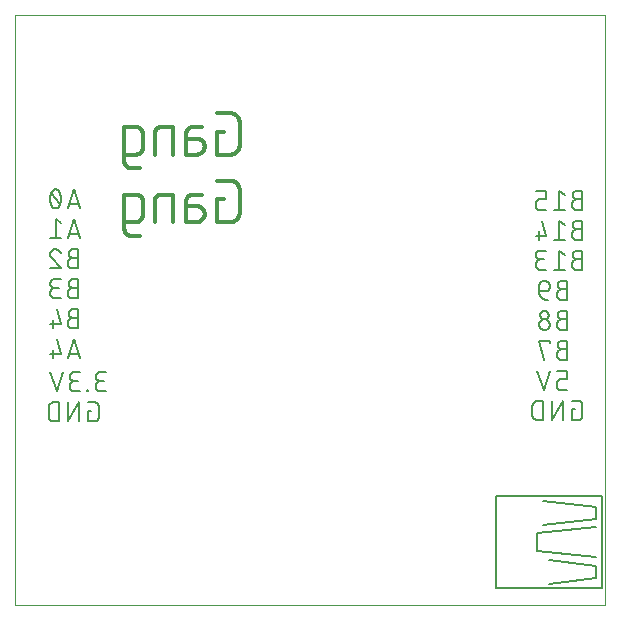
<source format=gbo>
G75*
%MOIN*%
%OFA0B0*%
%FSLAX25Y25*%
%IPPOS*%
%LPD*%
%AMOC8*
5,1,8,0,0,1.08239X$1,22.5*
%
%ADD10C,0.00000*%
%ADD11C,0.00600*%
%ADD12C,0.01200*%
%ADD13C,0.00500*%
D10*
X0006500Y0006048D02*
X0006500Y0202898D01*
X0203350Y0202898D01*
X0203350Y0006048D01*
X0006500Y0006048D01*
D11*
X0019578Y0067348D02*
X0021356Y0067348D01*
X0021356Y0073748D01*
X0019578Y0073748D01*
X0019496Y0073746D01*
X0019414Y0073740D01*
X0019332Y0073731D01*
X0019251Y0073718D01*
X0019171Y0073701D01*
X0019091Y0073680D01*
X0019013Y0073656D01*
X0018936Y0073628D01*
X0018860Y0073597D01*
X0018785Y0073562D01*
X0018713Y0073523D01*
X0018642Y0073482D01*
X0018573Y0073437D01*
X0018507Y0073389D01*
X0018442Y0073338D01*
X0018380Y0073284D01*
X0018321Y0073227D01*
X0018264Y0073168D01*
X0018210Y0073106D01*
X0018159Y0073041D01*
X0018111Y0072975D01*
X0018066Y0072906D01*
X0018025Y0072835D01*
X0017986Y0072763D01*
X0017951Y0072688D01*
X0017920Y0072612D01*
X0017892Y0072535D01*
X0017868Y0072457D01*
X0017847Y0072377D01*
X0017830Y0072297D01*
X0017817Y0072216D01*
X0017808Y0072134D01*
X0017802Y0072052D01*
X0017800Y0071970D01*
X0017800Y0069126D01*
X0017802Y0069044D01*
X0017808Y0068962D01*
X0017817Y0068880D01*
X0017830Y0068799D01*
X0017847Y0068719D01*
X0017868Y0068639D01*
X0017892Y0068561D01*
X0017920Y0068484D01*
X0017951Y0068408D01*
X0017986Y0068333D01*
X0018025Y0068261D01*
X0018066Y0068190D01*
X0018111Y0068121D01*
X0018159Y0068055D01*
X0018210Y0067990D01*
X0018264Y0067928D01*
X0018321Y0067869D01*
X0018380Y0067812D01*
X0018442Y0067758D01*
X0018507Y0067707D01*
X0018573Y0067659D01*
X0018642Y0067614D01*
X0018713Y0067573D01*
X0018785Y0067534D01*
X0018860Y0067499D01*
X0018936Y0067468D01*
X0019013Y0067440D01*
X0019091Y0067416D01*
X0019171Y0067395D01*
X0019251Y0067378D01*
X0019332Y0067365D01*
X0019414Y0067356D01*
X0019496Y0067350D01*
X0019578Y0067348D01*
X0024364Y0067348D02*
X0024364Y0073748D01*
X0026587Y0077348D02*
X0028365Y0077348D01*
X0030717Y0077348D02*
X0031073Y0077348D01*
X0031073Y0077704D01*
X0030717Y0077704D01*
X0030717Y0077348D01*
X0030929Y0073748D02*
X0033062Y0073748D01*
X0033136Y0073746D01*
X0033211Y0073740D01*
X0033284Y0073730D01*
X0033358Y0073717D01*
X0033430Y0073700D01*
X0033501Y0073678D01*
X0033572Y0073654D01*
X0033640Y0073625D01*
X0033708Y0073593D01*
X0033773Y0073557D01*
X0033836Y0073519D01*
X0033898Y0073476D01*
X0033957Y0073431D01*
X0034014Y0073383D01*
X0034068Y0073332D01*
X0034119Y0073278D01*
X0034167Y0073221D01*
X0034212Y0073162D01*
X0034255Y0073100D01*
X0034293Y0073037D01*
X0034329Y0072972D01*
X0034361Y0072904D01*
X0034390Y0072836D01*
X0034414Y0072765D01*
X0034436Y0072694D01*
X0034453Y0072622D01*
X0034466Y0072548D01*
X0034476Y0072475D01*
X0034482Y0072400D01*
X0034484Y0072326D01*
X0034484Y0068770D01*
X0034482Y0068696D01*
X0034476Y0068621D01*
X0034466Y0068548D01*
X0034453Y0068474D01*
X0034436Y0068402D01*
X0034414Y0068331D01*
X0034390Y0068260D01*
X0034361Y0068192D01*
X0034329Y0068124D01*
X0034293Y0068059D01*
X0034255Y0067996D01*
X0034212Y0067934D01*
X0034167Y0067875D01*
X0034119Y0067818D01*
X0034068Y0067764D01*
X0034014Y0067713D01*
X0033957Y0067665D01*
X0033898Y0067620D01*
X0033836Y0067577D01*
X0033773Y0067539D01*
X0033708Y0067503D01*
X0033640Y0067471D01*
X0033572Y0067442D01*
X0033501Y0067418D01*
X0033430Y0067396D01*
X0033358Y0067379D01*
X0033284Y0067366D01*
X0033211Y0067356D01*
X0033136Y0067350D01*
X0033062Y0067348D01*
X0030929Y0067348D01*
X0030929Y0070904D01*
X0031995Y0070904D01*
X0027920Y0073748D02*
X0027920Y0067348D01*
X0024364Y0067348D02*
X0027920Y0073748D01*
X0026587Y0077348D02*
X0026504Y0077350D01*
X0026421Y0077356D01*
X0026338Y0077366D01*
X0026255Y0077379D01*
X0026174Y0077397D01*
X0026093Y0077418D01*
X0026014Y0077443D01*
X0025936Y0077472D01*
X0025859Y0077504D01*
X0025784Y0077540D01*
X0025710Y0077579D01*
X0025639Y0077622D01*
X0025569Y0077668D01*
X0025502Y0077718D01*
X0025437Y0077770D01*
X0025375Y0077825D01*
X0025315Y0077884D01*
X0025258Y0077945D01*
X0025204Y0078008D01*
X0025153Y0078074D01*
X0025106Y0078143D01*
X0025061Y0078213D01*
X0025020Y0078286D01*
X0024983Y0078360D01*
X0024948Y0078436D01*
X0024918Y0078514D01*
X0024891Y0078592D01*
X0024868Y0078673D01*
X0024848Y0078754D01*
X0024833Y0078836D01*
X0024821Y0078918D01*
X0024813Y0079001D01*
X0024809Y0079084D01*
X0024809Y0079168D01*
X0024813Y0079251D01*
X0024821Y0079334D01*
X0024833Y0079416D01*
X0024848Y0079498D01*
X0024868Y0079579D01*
X0024891Y0079660D01*
X0024918Y0079738D01*
X0024948Y0079816D01*
X0024983Y0079892D01*
X0025020Y0079966D01*
X0025061Y0080039D01*
X0025106Y0080109D01*
X0025153Y0080178D01*
X0025204Y0080244D01*
X0025258Y0080307D01*
X0025315Y0080368D01*
X0025375Y0080427D01*
X0025437Y0080482D01*
X0025502Y0080534D01*
X0025569Y0080584D01*
X0025639Y0080630D01*
X0025710Y0080673D01*
X0025784Y0080712D01*
X0025859Y0080748D01*
X0025936Y0080780D01*
X0026014Y0080809D01*
X0026093Y0080834D01*
X0026174Y0080855D01*
X0026255Y0080873D01*
X0026338Y0080886D01*
X0026421Y0080896D01*
X0026504Y0080902D01*
X0026587Y0080904D01*
X0026232Y0080904D02*
X0027654Y0080904D01*
X0026232Y0080904D02*
X0026158Y0080906D01*
X0026083Y0080912D01*
X0026010Y0080922D01*
X0025936Y0080935D01*
X0025864Y0080952D01*
X0025793Y0080974D01*
X0025722Y0080998D01*
X0025654Y0081027D01*
X0025586Y0081059D01*
X0025521Y0081095D01*
X0025458Y0081133D01*
X0025396Y0081176D01*
X0025337Y0081221D01*
X0025280Y0081269D01*
X0025226Y0081320D01*
X0025175Y0081374D01*
X0025127Y0081431D01*
X0025082Y0081490D01*
X0025039Y0081552D01*
X0025001Y0081615D01*
X0024965Y0081680D01*
X0024933Y0081748D01*
X0024904Y0081816D01*
X0024880Y0081887D01*
X0024858Y0081958D01*
X0024841Y0082030D01*
X0024828Y0082104D01*
X0024818Y0082177D01*
X0024812Y0082252D01*
X0024810Y0082326D01*
X0024812Y0082400D01*
X0024818Y0082475D01*
X0024828Y0082548D01*
X0024841Y0082622D01*
X0024858Y0082694D01*
X0024880Y0082765D01*
X0024904Y0082836D01*
X0024933Y0082904D01*
X0024965Y0082972D01*
X0025001Y0083037D01*
X0025039Y0083100D01*
X0025082Y0083162D01*
X0025127Y0083221D01*
X0025175Y0083278D01*
X0025226Y0083332D01*
X0025280Y0083383D01*
X0025337Y0083431D01*
X0025396Y0083476D01*
X0025458Y0083519D01*
X0025521Y0083557D01*
X0025586Y0083593D01*
X0025654Y0083625D01*
X0025722Y0083654D01*
X0025793Y0083678D01*
X0025864Y0083700D01*
X0025936Y0083717D01*
X0026010Y0083730D01*
X0026083Y0083740D01*
X0026158Y0083746D01*
X0026232Y0083748D01*
X0028365Y0083748D01*
X0028365Y0088348D02*
X0026232Y0094748D01*
X0024098Y0088348D01*
X0024632Y0089948D02*
X0027832Y0089948D01*
X0021856Y0089770D02*
X0018300Y0089770D01*
X0019367Y0091192D02*
X0019367Y0088348D01*
X0021856Y0089770D02*
X0020433Y0094748D01*
X0019367Y0098348D02*
X0019367Y0101192D01*
X0018300Y0099770D02*
X0021856Y0099770D01*
X0020433Y0104748D01*
X0020078Y0108348D02*
X0021856Y0108348D01*
X0020078Y0108348D02*
X0019995Y0108350D01*
X0019912Y0108356D01*
X0019829Y0108366D01*
X0019746Y0108379D01*
X0019665Y0108397D01*
X0019584Y0108418D01*
X0019505Y0108443D01*
X0019427Y0108472D01*
X0019350Y0108504D01*
X0019275Y0108540D01*
X0019201Y0108579D01*
X0019130Y0108622D01*
X0019060Y0108668D01*
X0018993Y0108718D01*
X0018928Y0108770D01*
X0018866Y0108825D01*
X0018806Y0108884D01*
X0018749Y0108945D01*
X0018695Y0109008D01*
X0018644Y0109074D01*
X0018597Y0109143D01*
X0018552Y0109213D01*
X0018511Y0109286D01*
X0018474Y0109360D01*
X0018439Y0109436D01*
X0018409Y0109514D01*
X0018382Y0109592D01*
X0018359Y0109673D01*
X0018339Y0109754D01*
X0018324Y0109836D01*
X0018312Y0109918D01*
X0018304Y0110001D01*
X0018300Y0110084D01*
X0018300Y0110168D01*
X0018304Y0110251D01*
X0018312Y0110334D01*
X0018324Y0110416D01*
X0018339Y0110498D01*
X0018359Y0110579D01*
X0018382Y0110660D01*
X0018409Y0110738D01*
X0018439Y0110816D01*
X0018474Y0110892D01*
X0018511Y0110966D01*
X0018552Y0111039D01*
X0018597Y0111109D01*
X0018644Y0111178D01*
X0018695Y0111244D01*
X0018749Y0111307D01*
X0018806Y0111368D01*
X0018866Y0111427D01*
X0018928Y0111482D01*
X0018993Y0111534D01*
X0019060Y0111584D01*
X0019130Y0111630D01*
X0019201Y0111673D01*
X0019275Y0111712D01*
X0019350Y0111748D01*
X0019427Y0111780D01*
X0019505Y0111809D01*
X0019584Y0111834D01*
X0019665Y0111855D01*
X0019746Y0111873D01*
X0019829Y0111886D01*
X0019912Y0111896D01*
X0019995Y0111902D01*
X0020078Y0111904D01*
X0019722Y0111904D02*
X0021144Y0111904D01*
X0019722Y0111904D02*
X0019648Y0111906D01*
X0019573Y0111912D01*
X0019500Y0111922D01*
X0019426Y0111935D01*
X0019354Y0111952D01*
X0019283Y0111974D01*
X0019212Y0111998D01*
X0019144Y0112027D01*
X0019076Y0112059D01*
X0019011Y0112095D01*
X0018948Y0112133D01*
X0018886Y0112176D01*
X0018827Y0112221D01*
X0018770Y0112269D01*
X0018716Y0112320D01*
X0018665Y0112374D01*
X0018617Y0112431D01*
X0018572Y0112490D01*
X0018529Y0112552D01*
X0018491Y0112615D01*
X0018455Y0112680D01*
X0018423Y0112748D01*
X0018394Y0112816D01*
X0018370Y0112887D01*
X0018348Y0112958D01*
X0018331Y0113030D01*
X0018318Y0113104D01*
X0018308Y0113177D01*
X0018302Y0113252D01*
X0018300Y0113326D01*
X0018302Y0113400D01*
X0018308Y0113475D01*
X0018318Y0113548D01*
X0018331Y0113622D01*
X0018348Y0113694D01*
X0018370Y0113765D01*
X0018394Y0113836D01*
X0018423Y0113904D01*
X0018455Y0113972D01*
X0018491Y0114037D01*
X0018529Y0114100D01*
X0018572Y0114162D01*
X0018617Y0114221D01*
X0018665Y0114278D01*
X0018716Y0114332D01*
X0018770Y0114383D01*
X0018827Y0114431D01*
X0018886Y0114476D01*
X0018948Y0114519D01*
X0019011Y0114557D01*
X0019076Y0114593D01*
X0019144Y0114625D01*
X0019212Y0114654D01*
X0019283Y0114678D01*
X0019354Y0114700D01*
X0019426Y0114717D01*
X0019500Y0114730D01*
X0019573Y0114740D01*
X0019648Y0114746D01*
X0019722Y0114748D01*
X0021856Y0114748D01*
X0021856Y0118348D02*
X0018300Y0118348D01*
X0021856Y0118348D02*
X0018833Y0121904D01*
X0019900Y0124748D02*
X0019989Y0124746D01*
X0020078Y0124740D01*
X0020167Y0124731D01*
X0020255Y0124717D01*
X0020342Y0124700D01*
X0020429Y0124679D01*
X0020515Y0124654D01*
X0020599Y0124626D01*
X0020682Y0124593D01*
X0020764Y0124558D01*
X0020844Y0124518D01*
X0020922Y0124476D01*
X0020999Y0124430D01*
X0021073Y0124381D01*
X0021145Y0124328D01*
X0021215Y0124273D01*
X0021282Y0124214D01*
X0021347Y0124153D01*
X0021409Y0124089D01*
X0021468Y0124022D01*
X0021524Y0123953D01*
X0021577Y0123881D01*
X0021627Y0123807D01*
X0021674Y0123731D01*
X0021717Y0123654D01*
X0021757Y0123574D01*
X0021794Y0123492D01*
X0021827Y0123410D01*
X0021856Y0123325D01*
X0018833Y0121903D02*
X0018776Y0121961D01*
X0018720Y0122022D01*
X0018668Y0122085D01*
X0018619Y0122150D01*
X0018573Y0122218D01*
X0018531Y0122288D01*
X0018491Y0122360D01*
X0018456Y0122433D01*
X0018423Y0122509D01*
X0018395Y0122585D01*
X0018370Y0122663D01*
X0018349Y0122742D01*
X0018331Y0122822D01*
X0018318Y0122903D01*
X0018308Y0122984D01*
X0018302Y0123066D01*
X0018300Y0123148D01*
X0018302Y0123227D01*
X0018308Y0123305D01*
X0018317Y0123383D01*
X0018331Y0123460D01*
X0018348Y0123537D01*
X0018369Y0123612D01*
X0018394Y0123687D01*
X0018422Y0123760D01*
X0018454Y0123832D01*
X0018489Y0123902D01*
X0018528Y0123971D01*
X0018570Y0124037D01*
X0018615Y0124101D01*
X0018663Y0124163D01*
X0018714Y0124222D01*
X0018769Y0124279D01*
X0018826Y0124334D01*
X0018885Y0124385D01*
X0018947Y0124433D01*
X0019011Y0124478D01*
X0019077Y0124520D01*
X0019146Y0124559D01*
X0019216Y0124594D01*
X0019288Y0124626D01*
X0019361Y0124654D01*
X0019436Y0124679D01*
X0019511Y0124700D01*
X0019588Y0124717D01*
X0019665Y0124731D01*
X0019743Y0124740D01*
X0019821Y0124746D01*
X0019900Y0124748D01*
X0020078Y0128348D02*
X0020078Y0134748D01*
X0021856Y0133326D01*
X0024632Y0129948D02*
X0027832Y0129948D01*
X0028365Y0128348D02*
X0026232Y0134748D01*
X0024098Y0128348D01*
X0021856Y0128348D02*
X0018300Y0128348D01*
X0025944Y0124748D02*
X0027721Y0124748D01*
X0027721Y0118348D01*
X0025944Y0118348D01*
X0025861Y0118350D01*
X0025778Y0118356D01*
X0025695Y0118366D01*
X0025612Y0118379D01*
X0025531Y0118397D01*
X0025450Y0118418D01*
X0025371Y0118443D01*
X0025293Y0118472D01*
X0025216Y0118504D01*
X0025141Y0118540D01*
X0025067Y0118579D01*
X0024996Y0118622D01*
X0024926Y0118668D01*
X0024859Y0118718D01*
X0024794Y0118770D01*
X0024732Y0118825D01*
X0024672Y0118884D01*
X0024615Y0118945D01*
X0024561Y0119008D01*
X0024510Y0119074D01*
X0024463Y0119143D01*
X0024418Y0119213D01*
X0024377Y0119286D01*
X0024340Y0119360D01*
X0024305Y0119436D01*
X0024275Y0119514D01*
X0024248Y0119592D01*
X0024225Y0119673D01*
X0024205Y0119754D01*
X0024190Y0119836D01*
X0024178Y0119918D01*
X0024170Y0120001D01*
X0024166Y0120084D01*
X0024166Y0120168D01*
X0024170Y0120251D01*
X0024178Y0120334D01*
X0024190Y0120416D01*
X0024205Y0120498D01*
X0024225Y0120579D01*
X0024248Y0120660D01*
X0024275Y0120738D01*
X0024305Y0120816D01*
X0024340Y0120892D01*
X0024377Y0120966D01*
X0024418Y0121039D01*
X0024463Y0121109D01*
X0024510Y0121178D01*
X0024561Y0121244D01*
X0024615Y0121307D01*
X0024672Y0121368D01*
X0024732Y0121427D01*
X0024794Y0121482D01*
X0024859Y0121534D01*
X0024926Y0121584D01*
X0024996Y0121630D01*
X0025067Y0121673D01*
X0025141Y0121712D01*
X0025216Y0121748D01*
X0025293Y0121780D01*
X0025371Y0121809D01*
X0025450Y0121834D01*
X0025531Y0121855D01*
X0025612Y0121873D01*
X0025695Y0121886D01*
X0025778Y0121896D01*
X0025861Y0121902D01*
X0025944Y0121904D01*
X0027721Y0121904D01*
X0025944Y0121904D02*
X0025870Y0121906D01*
X0025795Y0121912D01*
X0025722Y0121922D01*
X0025648Y0121935D01*
X0025576Y0121952D01*
X0025505Y0121974D01*
X0025434Y0121998D01*
X0025366Y0122027D01*
X0025298Y0122059D01*
X0025233Y0122095D01*
X0025170Y0122133D01*
X0025108Y0122176D01*
X0025049Y0122221D01*
X0024992Y0122269D01*
X0024938Y0122320D01*
X0024887Y0122374D01*
X0024839Y0122431D01*
X0024794Y0122490D01*
X0024751Y0122552D01*
X0024713Y0122615D01*
X0024677Y0122680D01*
X0024645Y0122748D01*
X0024616Y0122816D01*
X0024592Y0122887D01*
X0024570Y0122958D01*
X0024553Y0123030D01*
X0024540Y0123104D01*
X0024530Y0123177D01*
X0024524Y0123252D01*
X0024522Y0123326D01*
X0024524Y0123400D01*
X0024530Y0123475D01*
X0024540Y0123548D01*
X0024553Y0123622D01*
X0024570Y0123694D01*
X0024592Y0123765D01*
X0024616Y0123836D01*
X0024645Y0123904D01*
X0024677Y0123972D01*
X0024713Y0124037D01*
X0024751Y0124100D01*
X0024794Y0124162D01*
X0024839Y0124221D01*
X0024887Y0124278D01*
X0024938Y0124332D01*
X0024992Y0124383D01*
X0025049Y0124431D01*
X0025108Y0124476D01*
X0025170Y0124519D01*
X0025233Y0124557D01*
X0025298Y0124593D01*
X0025366Y0124625D01*
X0025434Y0124654D01*
X0025505Y0124678D01*
X0025576Y0124700D01*
X0025648Y0124717D01*
X0025722Y0124730D01*
X0025795Y0124740D01*
X0025870Y0124746D01*
X0025944Y0124748D01*
X0025944Y0114748D02*
X0027721Y0114748D01*
X0027721Y0108348D01*
X0025944Y0108348D01*
X0025861Y0108350D01*
X0025778Y0108356D01*
X0025695Y0108366D01*
X0025612Y0108379D01*
X0025531Y0108397D01*
X0025450Y0108418D01*
X0025371Y0108443D01*
X0025293Y0108472D01*
X0025216Y0108504D01*
X0025141Y0108540D01*
X0025067Y0108579D01*
X0024996Y0108622D01*
X0024926Y0108668D01*
X0024859Y0108718D01*
X0024794Y0108770D01*
X0024732Y0108825D01*
X0024672Y0108884D01*
X0024615Y0108945D01*
X0024561Y0109008D01*
X0024510Y0109074D01*
X0024463Y0109143D01*
X0024418Y0109213D01*
X0024377Y0109286D01*
X0024340Y0109360D01*
X0024305Y0109436D01*
X0024275Y0109514D01*
X0024248Y0109592D01*
X0024225Y0109673D01*
X0024205Y0109754D01*
X0024190Y0109836D01*
X0024178Y0109918D01*
X0024170Y0110001D01*
X0024166Y0110084D01*
X0024166Y0110168D01*
X0024170Y0110251D01*
X0024178Y0110334D01*
X0024190Y0110416D01*
X0024205Y0110498D01*
X0024225Y0110579D01*
X0024248Y0110660D01*
X0024275Y0110738D01*
X0024305Y0110816D01*
X0024340Y0110892D01*
X0024377Y0110966D01*
X0024418Y0111039D01*
X0024463Y0111109D01*
X0024510Y0111178D01*
X0024561Y0111244D01*
X0024615Y0111307D01*
X0024672Y0111368D01*
X0024732Y0111427D01*
X0024794Y0111482D01*
X0024859Y0111534D01*
X0024926Y0111584D01*
X0024996Y0111630D01*
X0025067Y0111673D01*
X0025141Y0111712D01*
X0025216Y0111748D01*
X0025293Y0111780D01*
X0025371Y0111809D01*
X0025450Y0111834D01*
X0025531Y0111855D01*
X0025612Y0111873D01*
X0025695Y0111886D01*
X0025778Y0111896D01*
X0025861Y0111902D01*
X0025944Y0111904D01*
X0027721Y0111904D01*
X0025944Y0111904D02*
X0025870Y0111906D01*
X0025795Y0111912D01*
X0025722Y0111922D01*
X0025648Y0111935D01*
X0025576Y0111952D01*
X0025505Y0111974D01*
X0025434Y0111998D01*
X0025366Y0112027D01*
X0025298Y0112059D01*
X0025233Y0112095D01*
X0025170Y0112133D01*
X0025108Y0112176D01*
X0025049Y0112221D01*
X0024992Y0112269D01*
X0024938Y0112320D01*
X0024887Y0112374D01*
X0024839Y0112431D01*
X0024794Y0112490D01*
X0024751Y0112552D01*
X0024713Y0112615D01*
X0024677Y0112680D01*
X0024645Y0112748D01*
X0024616Y0112816D01*
X0024592Y0112887D01*
X0024570Y0112958D01*
X0024553Y0113030D01*
X0024540Y0113104D01*
X0024530Y0113177D01*
X0024524Y0113252D01*
X0024522Y0113326D01*
X0024524Y0113400D01*
X0024530Y0113475D01*
X0024540Y0113548D01*
X0024553Y0113622D01*
X0024570Y0113694D01*
X0024592Y0113765D01*
X0024616Y0113836D01*
X0024645Y0113904D01*
X0024677Y0113972D01*
X0024713Y0114037D01*
X0024751Y0114100D01*
X0024794Y0114162D01*
X0024839Y0114221D01*
X0024887Y0114278D01*
X0024938Y0114332D01*
X0024992Y0114383D01*
X0025049Y0114431D01*
X0025108Y0114476D01*
X0025170Y0114519D01*
X0025233Y0114557D01*
X0025298Y0114593D01*
X0025366Y0114625D01*
X0025434Y0114654D01*
X0025505Y0114678D01*
X0025576Y0114700D01*
X0025648Y0114717D01*
X0025722Y0114730D01*
X0025795Y0114740D01*
X0025870Y0114746D01*
X0025944Y0114748D01*
X0025944Y0104748D02*
X0027721Y0104748D01*
X0027721Y0098348D01*
X0025944Y0098348D01*
X0025861Y0098350D01*
X0025778Y0098356D01*
X0025695Y0098366D01*
X0025612Y0098379D01*
X0025531Y0098397D01*
X0025450Y0098418D01*
X0025371Y0098443D01*
X0025293Y0098472D01*
X0025216Y0098504D01*
X0025141Y0098540D01*
X0025067Y0098579D01*
X0024996Y0098622D01*
X0024926Y0098668D01*
X0024859Y0098718D01*
X0024794Y0098770D01*
X0024732Y0098825D01*
X0024672Y0098884D01*
X0024615Y0098945D01*
X0024561Y0099008D01*
X0024510Y0099074D01*
X0024463Y0099143D01*
X0024418Y0099213D01*
X0024377Y0099286D01*
X0024340Y0099360D01*
X0024305Y0099436D01*
X0024275Y0099514D01*
X0024248Y0099592D01*
X0024225Y0099673D01*
X0024205Y0099754D01*
X0024190Y0099836D01*
X0024178Y0099918D01*
X0024170Y0100001D01*
X0024166Y0100084D01*
X0024166Y0100168D01*
X0024170Y0100251D01*
X0024178Y0100334D01*
X0024190Y0100416D01*
X0024205Y0100498D01*
X0024225Y0100579D01*
X0024248Y0100660D01*
X0024275Y0100738D01*
X0024305Y0100816D01*
X0024340Y0100892D01*
X0024377Y0100966D01*
X0024418Y0101039D01*
X0024463Y0101109D01*
X0024510Y0101178D01*
X0024561Y0101244D01*
X0024615Y0101307D01*
X0024672Y0101368D01*
X0024732Y0101427D01*
X0024794Y0101482D01*
X0024859Y0101534D01*
X0024926Y0101584D01*
X0024996Y0101630D01*
X0025067Y0101673D01*
X0025141Y0101712D01*
X0025216Y0101748D01*
X0025293Y0101780D01*
X0025371Y0101809D01*
X0025450Y0101834D01*
X0025531Y0101855D01*
X0025612Y0101873D01*
X0025695Y0101886D01*
X0025778Y0101896D01*
X0025861Y0101902D01*
X0025944Y0101904D01*
X0027721Y0101904D01*
X0025944Y0101904D02*
X0025870Y0101906D01*
X0025795Y0101912D01*
X0025722Y0101922D01*
X0025648Y0101935D01*
X0025576Y0101952D01*
X0025505Y0101974D01*
X0025434Y0101998D01*
X0025366Y0102027D01*
X0025298Y0102059D01*
X0025233Y0102095D01*
X0025170Y0102133D01*
X0025108Y0102176D01*
X0025049Y0102221D01*
X0024992Y0102269D01*
X0024938Y0102320D01*
X0024887Y0102374D01*
X0024839Y0102431D01*
X0024794Y0102490D01*
X0024751Y0102552D01*
X0024713Y0102615D01*
X0024677Y0102680D01*
X0024645Y0102748D01*
X0024616Y0102816D01*
X0024592Y0102887D01*
X0024570Y0102958D01*
X0024553Y0103030D01*
X0024540Y0103104D01*
X0024530Y0103177D01*
X0024524Y0103252D01*
X0024522Y0103326D01*
X0024524Y0103400D01*
X0024530Y0103475D01*
X0024540Y0103548D01*
X0024553Y0103622D01*
X0024570Y0103694D01*
X0024592Y0103765D01*
X0024616Y0103836D01*
X0024645Y0103904D01*
X0024677Y0103972D01*
X0024713Y0104037D01*
X0024751Y0104100D01*
X0024794Y0104162D01*
X0024839Y0104221D01*
X0024887Y0104278D01*
X0024938Y0104332D01*
X0024992Y0104383D01*
X0025049Y0104431D01*
X0025108Y0104476D01*
X0025170Y0104519D01*
X0025233Y0104557D01*
X0025298Y0104593D01*
X0025366Y0104625D01*
X0025434Y0104654D01*
X0025505Y0104678D01*
X0025576Y0104700D01*
X0025648Y0104717D01*
X0025722Y0104730D01*
X0025795Y0104740D01*
X0025870Y0104746D01*
X0025944Y0104748D01*
X0022567Y0083748D02*
X0020433Y0077348D01*
X0018300Y0083748D01*
X0034847Y0083748D02*
X0036981Y0083748D01*
X0036270Y0080904D02*
X0034847Y0080904D01*
X0034773Y0080906D01*
X0034698Y0080912D01*
X0034625Y0080922D01*
X0034551Y0080935D01*
X0034479Y0080952D01*
X0034408Y0080974D01*
X0034337Y0080998D01*
X0034269Y0081027D01*
X0034201Y0081059D01*
X0034136Y0081095D01*
X0034073Y0081133D01*
X0034011Y0081176D01*
X0033952Y0081221D01*
X0033895Y0081269D01*
X0033841Y0081320D01*
X0033790Y0081374D01*
X0033742Y0081431D01*
X0033697Y0081490D01*
X0033654Y0081552D01*
X0033616Y0081615D01*
X0033580Y0081680D01*
X0033548Y0081748D01*
X0033519Y0081816D01*
X0033495Y0081887D01*
X0033473Y0081958D01*
X0033456Y0082030D01*
X0033443Y0082104D01*
X0033433Y0082177D01*
X0033427Y0082252D01*
X0033425Y0082326D01*
X0033427Y0082400D01*
X0033433Y0082475D01*
X0033443Y0082548D01*
X0033456Y0082622D01*
X0033473Y0082694D01*
X0033495Y0082765D01*
X0033519Y0082836D01*
X0033548Y0082904D01*
X0033580Y0082972D01*
X0033616Y0083037D01*
X0033654Y0083100D01*
X0033697Y0083162D01*
X0033742Y0083221D01*
X0033790Y0083278D01*
X0033841Y0083332D01*
X0033895Y0083383D01*
X0033952Y0083431D01*
X0034011Y0083476D01*
X0034073Y0083519D01*
X0034136Y0083557D01*
X0034201Y0083593D01*
X0034269Y0083625D01*
X0034337Y0083654D01*
X0034408Y0083678D01*
X0034479Y0083700D01*
X0034551Y0083717D01*
X0034625Y0083730D01*
X0034698Y0083740D01*
X0034773Y0083746D01*
X0034847Y0083748D01*
X0035203Y0080904D02*
X0035120Y0080902D01*
X0035037Y0080896D01*
X0034954Y0080886D01*
X0034871Y0080873D01*
X0034790Y0080855D01*
X0034709Y0080834D01*
X0034630Y0080809D01*
X0034552Y0080780D01*
X0034475Y0080748D01*
X0034400Y0080712D01*
X0034326Y0080673D01*
X0034255Y0080630D01*
X0034185Y0080584D01*
X0034118Y0080534D01*
X0034053Y0080482D01*
X0033991Y0080427D01*
X0033931Y0080368D01*
X0033874Y0080307D01*
X0033820Y0080244D01*
X0033769Y0080178D01*
X0033722Y0080109D01*
X0033677Y0080039D01*
X0033636Y0079966D01*
X0033599Y0079892D01*
X0033564Y0079816D01*
X0033534Y0079738D01*
X0033507Y0079660D01*
X0033484Y0079579D01*
X0033464Y0079498D01*
X0033449Y0079416D01*
X0033437Y0079334D01*
X0033429Y0079251D01*
X0033425Y0079168D01*
X0033425Y0079084D01*
X0033429Y0079001D01*
X0033437Y0078918D01*
X0033449Y0078836D01*
X0033464Y0078754D01*
X0033484Y0078673D01*
X0033507Y0078592D01*
X0033534Y0078514D01*
X0033564Y0078436D01*
X0033599Y0078360D01*
X0033636Y0078286D01*
X0033677Y0078213D01*
X0033722Y0078143D01*
X0033769Y0078074D01*
X0033820Y0078008D01*
X0033874Y0077945D01*
X0033931Y0077884D01*
X0033991Y0077825D01*
X0034053Y0077770D01*
X0034118Y0077718D01*
X0034185Y0077668D01*
X0034255Y0077622D01*
X0034326Y0077579D01*
X0034400Y0077540D01*
X0034475Y0077504D01*
X0034552Y0077472D01*
X0034630Y0077443D01*
X0034709Y0077418D01*
X0034790Y0077397D01*
X0034871Y0077379D01*
X0034954Y0077366D01*
X0035037Y0077356D01*
X0035120Y0077350D01*
X0035203Y0077348D01*
X0036981Y0077348D01*
X0028365Y0138348D02*
X0026232Y0144748D01*
X0024098Y0138348D01*
X0024632Y0139948D02*
X0027832Y0139948D01*
X0018833Y0139237D02*
X0018773Y0139364D01*
X0018717Y0139493D01*
X0018664Y0139623D01*
X0018614Y0139755D01*
X0018568Y0139888D01*
X0018526Y0140022D01*
X0018487Y0140157D01*
X0018451Y0140294D01*
X0018420Y0140431D01*
X0018392Y0140569D01*
X0018367Y0140707D01*
X0018347Y0140846D01*
X0018330Y0140986D01*
X0018317Y0141126D01*
X0018308Y0141267D01*
X0018302Y0141407D01*
X0018300Y0141548D01*
X0021855Y0141548D02*
X0021853Y0141689D01*
X0021847Y0141829D01*
X0021838Y0141970D01*
X0021825Y0142110D01*
X0021808Y0142250D01*
X0021788Y0142389D01*
X0021763Y0142527D01*
X0021735Y0142665D01*
X0021704Y0142802D01*
X0021668Y0142939D01*
X0021629Y0143074D01*
X0021587Y0143208D01*
X0021541Y0143341D01*
X0021491Y0143473D01*
X0021438Y0143603D01*
X0021382Y0143732D01*
X0021322Y0143859D01*
X0020078Y0144748D02*
X0020007Y0144746D01*
X0019936Y0144740D01*
X0019866Y0144731D01*
X0019796Y0144717D01*
X0019727Y0144700D01*
X0019660Y0144680D01*
X0019593Y0144655D01*
X0019528Y0144627D01*
X0019464Y0144596D01*
X0019402Y0144561D01*
X0019342Y0144523D01*
X0019285Y0144482D01*
X0019229Y0144438D01*
X0019176Y0144390D01*
X0019126Y0144340D01*
X0019078Y0144288D01*
X0019033Y0144233D01*
X0018992Y0144175D01*
X0018953Y0144115D01*
X0018918Y0144054D01*
X0018886Y0143990D01*
X0018858Y0143925D01*
X0018833Y0143859D01*
X0018656Y0143326D02*
X0021500Y0139770D01*
X0020078Y0138348D02*
X0020007Y0138350D01*
X0019936Y0138356D01*
X0019866Y0138365D01*
X0019796Y0138379D01*
X0019727Y0138396D01*
X0019660Y0138416D01*
X0019593Y0138441D01*
X0019528Y0138469D01*
X0019464Y0138500D01*
X0019402Y0138535D01*
X0019342Y0138573D01*
X0019285Y0138614D01*
X0019229Y0138658D01*
X0019176Y0138706D01*
X0019126Y0138756D01*
X0019078Y0138808D01*
X0019033Y0138863D01*
X0018992Y0138921D01*
X0018953Y0138981D01*
X0018918Y0139042D01*
X0018886Y0139106D01*
X0018858Y0139171D01*
X0018833Y0139237D01*
X0020078Y0138348D02*
X0020149Y0138350D01*
X0020220Y0138356D01*
X0020290Y0138365D01*
X0020360Y0138379D01*
X0020429Y0138396D01*
X0020496Y0138416D01*
X0020563Y0138441D01*
X0020628Y0138469D01*
X0020692Y0138500D01*
X0020754Y0138535D01*
X0020814Y0138573D01*
X0020872Y0138614D01*
X0020927Y0138658D01*
X0020980Y0138706D01*
X0021030Y0138756D01*
X0021078Y0138808D01*
X0021123Y0138863D01*
X0021164Y0138921D01*
X0021203Y0138981D01*
X0021238Y0139042D01*
X0021270Y0139106D01*
X0021298Y0139171D01*
X0021323Y0139237D01*
X0018300Y0141548D02*
X0018302Y0141689D01*
X0018308Y0141829D01*
X0018317Y0141970D01*
X0018330Y0142110D01*
X0018347Y0142250D01*
X0018367Y0142389D01*
X0018392Y0142527D01*
X0018420Y0142665D01*
X0018451Y0142802D01*
X0018487Y0142939D01*
X0018526Y0143074D01*
X0018568Y0143208D01*
X0018614Y0143341D01*
X0018664Y0143473D01*
X0018717Y0143603D01*
X0018773Y0143732D01*
X0018833Y0143859D01*
X0020078Y0144748D02*
X0020149Y0144746D01*
X0020220Y0144740D01*
X0020290Y0144731D01*
X0020360Y0144717D01*
X0020429Y0144700D01*
X0020496Y0144680D01*
X0020563Y0144655D01*
X0020628Y0144627D01*
X0020692Y0144596D01*
X0020754Y0144561D01*
X0020814Y0144523D01*
X0020872Y0144482D01*
X0020927Y0144438D01*
X0020980Y0144390D01*
X0021030Y0144340D01*
X0021078Y0144288D01*
X0021123Y0144233D01*
X0021164Y0144175D01*
X0021203Y0144115D01*
X0021238Y0144054D01*
X0021270Y0143990D01*
X0021298Y0143925D01*
X0021323Y0143859D01*
X0021855Y0141548D02*
X0021853Y0141407D01*
X0021847Y0141267D01*
X0021838Y0141126D01*
X0021825Y0140986D01*
X0021808Y0140846D01*
X0021788Y0140707D01*
X0021763Y0140569D01*
X0021735Y0140431D01*
X0021704Y0140294D01*
X0021668Y0140157D01*
X0021629Y0140022D01*
X0021587Y0139888D01*
X0021541Y0139755D01*
X0021491Y0139623D01*
X0021438Y0139493D01*
X0021382Y0139364D01*
X0021322Y0139237D01*
X0180125Y0139270D02*
X0180125Y0139981D01*
X0180127Y0140055D01*
X0180133Y0140130D01*
X0180143Y0140203D01*
X0180156Y0140277D01*
X0180173Y0140349D01*
X0180195Y0140420D01*
X0180219Y0140491D01*
X0180248Y0140559D01*
X0180280Y0140627D01*
X0180316Y0140692D01*
X0180354Y0140755D01*
X0180397Y0140817D01*
X0180442Y0140876D01*
X0180490Y0140933D01*
X0180541Y0140987D01*
X0180595Y0141038D01*
X0180652Y0141086D01*
X0180711Y0141131D01*
X0180773Y0141174D01*
X0180836Y0141212D01*
X0180901Y0141248D01*
X0180969Y0141280D01*
X0181037Y0141309D01*
X0181108Y0141333D01*
X0181179Y0141355D01*
X0181251Y0141372D01*
X0181325Y0141385D01*
X0181398Y0141395D01*
X0181473Y0141401D01*
X0181547Y0141403D01*
X0181547Y0141404D02*
X0183680Y0141404D01*
X0183680Y0144248D01*
X0180125Y0144248D01*
X0180125Y0139270D02*
X0180127Y0139196D01*
X0180133Y0139121D01*
X0180143Y0139048D01*
X0180156Y0138974D01*
X0180173Y0138902D01*
X0180195Y0138831D01*
X0180219Y0138760D01*
X0180248Y0138692D01*
X0180280Y0138624D01*
X0180316Y0138559D01*
X0180354Y0138496D01*
X0180397Y0138434D01*
X0180442Y0138375D01*
X0180490Y0138318D01*
X0180541Y0138264D01*
X0180595Y0138213D01*
X0180652Y0138165D01*
X0180711Y0138120D01*
X0180773Y0138077D01*
X0180836Y0138039D01*
X0180901Y0138003D01*
X0180969Y0137971D01*
X0181037Y0137942D01*
X0181108Y0137918D01*
X0181179Y0137896D01*
X0181251Y0137879D01*
X0181325Y0137866D01*
X0181398Y0137856D01*
X0181473Y0137850D01*
X0181547Y0137848D01*
X0183680Y0137848D01*
X0186279Y0137848D02*
X0189834Y0137848D01*
X0188056Y0137848D02*
X0188056Y0144248D01*
X0189834Y0142826D01*
X0193922Y0144248D02*
X0193848Y0144246D01*
X0193773Y0144240D01*
X0193700Y0144230D01*
X0193626Y0144217D01*
X0193554Y0144200D01*
X0193483Y0144178D01*
X0193412Y0144154D01*
X0193344Y0144125D01*
X0193276Y0144093D01*
X0193211Y0144057D01*
X0193148Y0144019D01*
X0193086Y0143976D01*
X0193027Y0143931D01*
X0192970Y0143883D01*
X0192916Y0143832D01*
X0192865Y0143778D01*
X0192817Y0143721D01*
X0192772Y0143662D01*
X0192729Y0143600D01*
X0192691Y0143537D01*
X0192655Y0143472D01*
X0192623Y0143404D01*
X0192594Y0143336D01*
X0192570Y0143265D01*
X0192548Y0143194D01*
X0192531Y0143122D01*
X0192518Y0143048D01*
X0192508Y0142975D01*
X0192502Y0142900D01*
X0192500Y0142826D01*
X0192502Y0142752D01*
X0192508Y0142677D01*
X0192518Y0142604D01*
X0192531Y0142530D01*
X0192548Y0142458D01*
X0192570Y0142387D01*
X0192594Y0142316D01*
X0192623Y0142248D01*
X0192655Y0142180D01*
X0192691Y0142115D01*
X0192729Y0142052D01*
X0192772Y0141990D01*
X0192817Y0141931D01*
X0192865Y0141874D01*
X0192916Y0141820D01*
X0192970Y0141769D01*
X0193027Y0141721D01*
X0193086Y0141676D01*
X0193148Y0141633D01*
X0193211Y0141595D01*
X0193276Y0141559D01*
X0193344Y0141527D01*
X0193412Y0141498D01*
X0193483Y0141474D01*
X0193554Y0141452D01*
X0193626Y0141435D01*
X0193700Y0141422D01*
X0193773Y0141412D01*
X0193848Y0141406D01*
X0193922Y0141404D01*
X0195700Y0141404D01*
X0193922Y0141404D02*
X0193839Y0141402D01*
X0193756Y0141396D01*
X0193673Y0141386D01*
X0193590Y0141373D01*
X0193509Y0141355D01*
X0193428Y0141334D01*
X0193349Y0141309D01*
X0193271Y0141280D01*
X0193194Y0141248D01*
X0193119Y0141212D01*
X0193045Y0141173D01*
X0192974Y0141130D01*
X0192904Y0141084D01*
X0192837Y0141034D01*
X0192772Y0140982D01*
X0192710Y0140927D01*
X0192650Y0140868D01*
X0192593Y0140807D01*
X0192539Y0140744D01*
X0192488Y0140678D01*
X0192441Y0140609D01*
X0192396Y0140539D01*
X0192355Y0140466D01*
X0192318Y0140392D01*
X0192283Y0140316D01*
X0192253Y0140238D01*
X0192226Y0140160D01*
X0192203Y0140079D01*
X0192183Y0139998D01*
X0192168Y0139916D01*
X0192156Y0139834D01*
X0192148Y0139751D01*
X0192144Y0139668D01*
X0192144Y0139584D01*
X0192148Y0139501D01*
X0192156Y0139418D01*
X0192168Y0139336D01*
X0192183Y0139254D01*
X0192203Y0139173D01*
X0192226Y0139092D01*
X0192253Y0139014D01*
X0192283Y0138936D01*
X0192318Y0138860D01*
X0192355Y0138786D01*
X0192396Y0138713D01*
X0192441Y0138643D01*
X0192488Y0138574D01*
X0192539Y0138508D01*
X0192593Y0138445D01*
X0192650Y0138384D01*
X0192710Y0138325D01*
X0192772Y0138270D01*
X0192837Y0138218D01*
X0192904Y0138168D01*
X0192974Y0138122D01*
X0193045Y0138079D01*
X0193119Y0138040D01*
X0193194Y0138004D01*
X0193271Y0137972D01*
X0193349Y0137943D01*
X0193428Y0137918D01*
X0193509Y0137897D01*
X0193590Y0137879D01*
X0193673Y0137866D01*
X0193756Y0137856D01*
X0193839Y0137850D01*
X0193922Y0137848D01*
X0195700Y0137848D01*
X0195700Y0144248D01*
X0193922Y0144248D01*
X0193922Y0134248D02*
X0195700Y0134248D01*
X0195700Y0127848D01*
X0193922Y0127848D01*
X0193839Y0127850D01*
X0193756Y0127856D01*
X0193673Y0127866D01*
X0193590Y0127879D01*
X0193509Y0127897D01*
X0193428Y0127918D01*
X0193349Y0127943D01*
X0193271Y0127972D01*
X0193194Y0128004D01*
X0193119Y0128040D01*
X0193045Y0128079D01*
X0192974Y0128122D01*
X0192904Y0128168D01*
X0192837Y0128218D01*
X0192772Y0128270D01*
X0192710Y0128325D01*
X0192650Y0128384D01*
X0192593Y0128445D01*
X0192539Y0128508D01*
X0192488Y0128574D01*
X0192441Y0128643D01*
X0192396Y0128713D01*
X0192355Y0128786D01*
X0192318Y0128860D01*
X0192283Y0128936D01*
X0192253Y0129014D01*
X0192226Y0129092D01*
X0192203Y0129173D01*
X0192183Y0129254D01*
X0192168Y0129336D01*
X0192156Y0129418D01*
X0192148Y0129501D01*
X0192144Y0129584D01*
X0192144Y0129668D01*
X0192148Y0129751D01*
X0192156Y0129834D01*
X0192168Y0129916D01*
X0192183Y0129998D01*
X0192203Y0130079D01*
X0192226Y0130160D01*
X0192253Y0130238D01*
X0192283Y0130316D01*
X0192318Y0130392D01*
X0192355Y0130466D01*
X0192396Y0130539D01*
X0192441Y0130609D01*
X0192488Y0130678D01*
X0192539Y0130744D01*
X0192593Y0130807D01*
X0192650Y0130868D01*
X0192710Y0130927D01*
X0192772Y0130982D01*
X0192837Y0131034D01*
X0192904Y0131084D01*
X0192974Y0131130D01*
X0193045Y0131173D01*
X0193119Y0131212D01*
X0193194Y0131248D01*
X0193271Y0131280D01*
X0193349Y0131309D01*
X0193428Y0131334D01*
X0193509Y0131355D01*
X0193590Y0131373D01*
X0193673Y0131386D01*
X0193756Y0131396D01*
X0193839Y0131402D01*
X0193922Y0131404D01*
X0195700Y0131404D01*
X0193922Y0131404D02*
X0193848Y0131406D01*
X0193773Y0131412D01*
X0193700Y0131422D01*
X0193626Y0131435D01*
X0193554Y0131452D01*
X0193483Y0131474D01*
X0193412Y0131498D01*
X0193344Y0131527D01*
X0193276Y0131559D01*
X0193211Y0131595D01*
X0193148Y0131633D01*
X0193086Y0131676D01*
X0193027Y0131721D01*
X0192970Y0131769D01*
X0192916Y0131820D01*
X0192865Y0131874D01*
X0192817Y0131931D01*
X0192772Y0131990D01*
X0192729Y0132052D01*
X0192691Y0132115D01*
X0192655Y0132180D01*
X0192623Y0132248D01*
X0192594Y0132316D01*
X0192570Y0132387D01*
X0192548Y0132458D01*
X0192531Y0132530D01*
X0192518Y0132604D01*
X0192508Y0132677D01*
X0192502Y0132752D01*
X0192500Y0132826D01*
X0192502Y0132900D01*
X0192508Y0132975D01*
X0192518Y0133048D01*
X0192531Y0133122D01*
X0192548Y0133194D01*
X0192570Y0133265D01*
X0192594Y0133336D01*
X0192623Y0133404D01*
X0192655Y0133472D01*
X0192691Y0133537D01*
X0192729Y0133600D01*
X0192772Y0133662D01*
X0192817Y0133721D01*
X0192865Y0133778D01*
X0192916Y0133832D01*
X0192970Y0133883D01*
X0193027Y0133931D01*
X0193086Y0133976D01*
X0193148Y0134019D01*
X0193211Y0134057D01*
X0193276Y0134093D01*
X0193344Y0134125D01*
X0193412Y0134154D01*
X0193483Y0134178D01*
X0193554Y0134200D01*
X0193626Y0134217D01*
X0193700Y0134230D01*
X0193773Y0134240D01*
X0193848Y0134246D01*
X0193922Y0134248D01*
X0189834Y0132826D02*
X0188056Y0134248D01*
X0188056Y0127848D01*
X0186279Y0127848D02*
X0189834Y0127848D01*
X0188056Y0124248D02*
X0188056Y0117848D01*
X0186279Y0117848D02*
X0189834Y0117848D01*
X0190700Y0114248D02*
X0188922Y0114248D01*
X0188848Y0114246D01*
X0188773Y0114240D01*
X0188700Y0114230D01*
X0188626Y0114217D01*
X0188554Y0114200D01*
X0188483Y0114178D01*
X0188412Y0114154D01*
X0188344Y0114125D01*
X0188276Y0114093D01*
X0188211Y0114057D01*
X0188148Y0114019D01*
X0188086Y0113976D01*
X0188027Y0113931D01*
X0187970Y0113883D01*
X0187916Y0113832D01*
X0187865Y0113778D01*
X0187817Y0113721D01*
X0187772Y0113662D01*
X0187729Y0113600D01*
X0187691Y0113537D01*
X0187655Y0113472D01*
X0187623Y0113404D01*
X0187594Y0113336D01*
X0187570Y0113265D01*
X0187548Y0113194D01*
X0187531Y0113122D01*
X0187518Y0113048D01*
X0187508Y0112975D01*
X0187502Y0112900D01*
X0187500Y0112826D01*
X0187502Y0112752D01*
X0187508Y0112677D01*
X0187518Y0112604D01*
X0187531Y0112530D01*
X0187548Y0112458D01*
X0187570Y0112387D01*
X0187594Y0112316D01*
X0187623Y0112248D01*
X0187655Y0112180D01*
X0187691Y0112115D01*
X0187729Y0112052D01*
X0187772Y0111990D01*
X0187817Y0111931D01*
X0187865Y0111874D01*
X0187916Y0111820D01*
X0187970Y0111769D01*
X0188027Y0111721D01*
X0188086Y0111676D01*
X0188148Y0111633D01*
X0188211Y0111595D01*
X0188276Y0111559D01*
X0188344Y0111527D01*
X0188412Y0111498D01*
X0188483Y0111474D01*
X0188554Y0111452D01*
X0188626Y0111435D01*
X0188700Y0111422D01*
X0188773Y0111412D01*
X0188848Y0111406D01*
X0188922Y0111404D01*
X0190700Y0111404D01*
X0188922Y0111404D02*
X0188839Y0111402D01*
X0188756Y0111396D01*
X0188673Y0111386D01*
X0188590Y0111373D01*
X0188509Y0111355D01*
X0188428Y0111334D01*
X0188349Y0111309D01*
X0188271Y0111280D01*
X0188194Y0111248D01*
X0188119Y0111212D01*
X0188045Y0111173D01*
X0187974Y0111130D01*
X0187904Y0111084D01*
X0187837Y0111034D01*
X0187772Y0110982D01*
X0187710Y0110927D01*
X0187650Y0110868D01*
X0187593Y0110807D01*
X0187539Y0110744D01*
X0187488Y0110678D01*
X0187441Y0110609D01*
X0187396Y0110539D01*
X0187355Y0110466D01*
X0187318Y0110392D01*
X0187283Y0110316D01*
X0187253Y0110238D01*
X0187226Y0110160D01*
X0187203Y0110079D01*
X0187183Y0109998D01*
X0187168Y0109916D01*
X0187156Y0109834D01*
X0187148Y0109751D01*
X0187144Y0109668D01*
X0187144Y0109584D01*
X0187148Y0109501D01*
X0187156Y0109418D01*
X0187168Y0109336D01*
X0187183Y0109254D01*
X0187203Y0109173D01*
X0187226Y0109092D01*
X0187253Y0109014D01*
X0187283Y0108936D01*
X0187318Y0108860D01*
X0187355Y0108786D01*
X0187396Y0108713D01*
X0187441Y0108643D01*
X0187488Y0108574D01*
X0187539Y0108508D01*
X0187593Y0108445D01*
X0187650Y0108384D01*
X0187710Y0108325D01*
X0187772Y0108270D01*
X0187837Y0108218D01*
X0187904Y0108168D01*
X0187974Y0108122D01*
X0188045Y0108079D01*
X0188119Y0108040D01*
X0188194Y0108004D01*
X0188271Y0107972D01*
X0188349Y0107943D01*
X0188428Y0107918D01*
X0188509Y0107897D01*
X0188590Y0107879D01*
X0188673Y0107866D01*
X0188756Y0107856D01*
X0188839Y0107850D01*
X0188922Y0107848D01*
X0190700Y0107848D01*
X0190700Y0114248D01*
X0193922Y0117848D02*
X0195700Y0117848D01*
X0195700Y0124248D01*
X0193922Y0124248D01*
X0193848Y0124246D01*
X0193773Y0124240D01*
X0193700Y0124230D01*
X0193626Y0124217D01*
X0193554Y0124200D01*
X0193483Y0124178D01*
X0193412Y0124154D01*
X0193344Y0124125D01*
X0193276Y0124093D01*
X0193211Y0124057D01*
X0193148Y0124019D01*
X0193086Y0123976D01*
X0193027Y0123931D01*
X0192970Y0123883D01*
X0192916Y0123832D01*
X0192865Y0123778D01*
X0192817Y0123721D01*
X0192772Y0123662D01*
X0192729Y0123600D01*
X0192691Y0123537D01*
X0192655Y0123472D01*
X0192623Y0123404D01*
X0192594Y0123336D01*
X0192570Y0123265D01*
X0192548Y0123194D01*
X0192531Y0123122D01*
X0192518Y0123048D01*
X0192508Y0122975D01*
X0192502Y0122900D01*
X0192500Y0122826D01*
X0192502Y0122752D01*
X0192508Y0122677D01*
X0192518Y0122604D01*
X0192531Y0122530D01*
X0192548Y0122458D01*
X0192570Y0122387D01*
X0192594Y0122316D01*
X0192623Y0122248D01*
X0192655Y0122180D01*
X0192691Y0122115D01*
X0192729Y0122052D01*
X0192772Y0121990D01*
X0192817Y0121931D01*
X0192865Y0121874D01*
X0192916Y0121820D01*
X0192970Y0121769D01*
X0193027Y0121721D01*
X0193086Y0121676D01*
X0193148Y0121633D01*
X0193211Y0121595D01*
X0193276Y0121559D01*
X0193344Y0121527D01*
X0193412Y0121498D01*
X0193483Y0121474D01*
X0193554Y0121452D01*
X0193626Y0121435D01*
X0193700Y0121422D01*
X0193773Y0121412D01*
X0193848Y0121406D01*
X0193922Y0121404D01*
X0195700Y0121404D01*
X0193922Y0121404D02*
X0193839Y0121402D01*
X0193756Y0121396D01*
X0193673Y0121386D01*
X0193590Y0121373D01*
X0193509Y0121355D01*
X0193428Y0121334D01*
X0193349Y0121309D01*
X0193271Y0121280D01*
X0193194Y0121248D01*
X0193119Y0121212D01*
X0193045Y0121173D01*
X0192974Y0121130D01*
X0192904Y0121084D01*
X0192837Y0121034D01*
X0192772Y0120982D01*
X0192710Y0120927D01*
X0192650Y0120868D01*
X0192593Y0120807D01*
X0192539Y0120744D01*
X0192488Y0120678D01*
X0192441Y0120609D01*
X0192396Y0120539D01*
X0192355Y0120466D01*
X0192318Y0120392D01*
X0192283Y0120316D01*
X0192253Y0120238D01*
X0192226Y0120160D01*
X0192203Y0120079D01*
X0192183Y0119998D01*
X0192168Y0119916D01*
X0192156Y0119834D01*
X0192148Y0119751D01*
X0192144Y0119668D01*
X0192144Y0119584D01*
X0192148Y0119501D01*
X0192156Y0119418D01*
X0192168Y0119336D01*
X0192183Y0119254D01*
X0192203Y0119173D01*
X0192226Y0119092D01*
X0192253Y0119014D01*
X0192283Y0118936D01*
X0192318Y0118860D01*
X0192355Y0118786D01*
X0192396Y0118713D01*
X0192441Y0118643D01*
X0192488Y0118574D01*
X0192539Y0118508D01*
X0192593Y0118445D01*
X0192650Y0118384D01*
X0192710Y0118325D01*
X0192772Y0118270D01*
X0192837Y0118218D01*
X0192904Y0118168D01*
X0192974Y0118122D01*
X0193045Y0118079D01*
X0193119Y0118040D01*
X0193194Y0118004D01*
X0193271Y0117972D01*
X0193349Y0117943D01*
X0193428Y0117918D01*
X0193509Y0117897D01*
X0193590Y0117879D01*
X0193673Y0117866D01*
X0193756Y0117856D01*
X0193839Y0117850D01*
X0193922Y0117848D01*
X0189834Y0122826D02*
X0188056Y0124248D01*
X0183680Y0124248D02*
X0181547Y0124248D01*
X0181473Y0124246D01*
X0181398Y0124240D01*
X0181325Y0124230D01*
X0181251Y0124217D01*
X0181179Y0124200D01*
X0181108Y0124178D01*
X0181037Y0124154D01*
X0180969Y0124125D01*
X0180901Y0124093D01*
X0180836Y0124057D01*
X0180773Y0124019D01*
X0180711Y0123976D01*
X0180652Y0123931D01*
X0180595Y0123883D01*
X0180541Y0123832D01*
X0180490Y0123778D01*
X0180442Y0123721D01*
X0180397Y0123662D01*
X0180354Y0123600D01*
X0180316Y0123537D01*
X0180280Y0123472D01*
X0180248Y0123404D01*
X0180219Y0123336D01*
X0180195Y0123265D01*
X0180173Y0123194D01*
X0180156Y0123122D01*
X0180143Y0123048D01*
X0180133Y0122975D01*
X0180127Y0122900D01*
X0180125Y0122826D01*
X0180127Y0122752D01*
X0180133Y0122677D01*
X0180143Y0122604D01*
X0180156Y0122530D01*
X0180173Y0122458D01*
X0180195Y0122387D01*
X0180219Y0122316D01*
X0180248Y0122248D01*
X0180280Y0122180D01*
X0180316Y0122115D01*
X0180354Y0122052D01*
X0180397Y0121990D01*
X0180442Y0121931D01*
X0180490Y0121874D01*
X0180541Y0121820D01*
X0180595Y0121769D01*
X0180652Y0121721D01*
X0180711Y0121676D01*
X0180773Y0121633D01*
X0180836Y0121595D01*
X0180901Y0121559D01*
X0180969Y0121527D01*
X0181037Y0121498D01*
X0181108Y0121474D01*
X0181179Y0121452D01*
X0181251Y0121435D01*
X0181325Y0121422D01*
X0181398Y0121412D01*
X0181473Y0121406D01*
X0181547Y0121404D01*
X0182969Y0121404D01*
X0181902Y0121404D02*
X0181819Y0121402D01*
X0181736Y0121396D01*
X0181653Y0121386D01*
X0181570Y0121373D01*
X0181489Y0121355D01*
X0181408Y0121334D01*
X0181329Y0121309D01*
X0181251Y0121280D01*
X0181174Y0121248D01*
X0181099Y0121212D01*
X0181025Y0121173D01*
X0180954Y0121130D01*
X0180884Y0121084D01*
X0180817Y0121034D01*
X0180752Y0120982D01*
X0180690Y0120927D01*
X0180630Y0120868D01*
X0180573Y0120807D01*
X0180519Y0120744D01*
X0180468Y0120678D01*
X0180421Y0120609D01*
X0180376Y0120539D01*
X0180335Y0120466D01*
X0180298Y0120392D01*
X0180263Y0120316D01*
X0180233Y0120238D01*
X0180206Y0120160D01*
X0180183Y0120079D01*
X0180163Y0119998D01*
X0180148Y0119916D01*
X0180136Y0119834D01*
X0180128Y0119751D01*
X0180124Y0119668D01*
X0180124Y0119584D01*
X0180128Y0119501D01*
X0180136Y0119418D01*
X0180148Y0119336D01*
X0180163Y0119254D01*
X0180183Y0119173D01*
X0180206Y0119092D01*
X0180233Y0119014D01*
X0180263Y0118936D01*
X0180298Y0118860D01*
X0180335Y0118786D01*
X0180376Y0118713D01*
X0180421Y0118643D01*
X0180468Y0118574D01*
X0180519Y0118508D01*
X0180573Y0118445D01*
X0180630Y0118384D01*
X0180690Y0118325D01*
X0180752Y0118270D01*
X0180817Y0118218D01*
X0180884Y0118168D01*
X0180954Y0118122D01*
X0181025Y0118079D01*
X0181099Y0118040D01*
X0181174Y0118004D01*
X0181251Y0117972D01*
X0181329Y0117943D01*
X0181408Y0117918D01*
X0181489Y0117897D01*
X0181570Y0117879D01*
X0181653Y0117866D01*
X0181736Y0117856D01*
X0181819Y0117850D01*
X0181902Y0117848D01*
X0183680Y0117848D01*
X0184834Y0112470D02*
X0184832Y0112553D01*
X0184826Y0112636D01*
X0184816Y0112719D01*
X0184803Y0112802D01*
X0184785Y0112883D01*
X0184764Y0112964D01*
X0184739Y0113043D01*
X0184710Y0113121D01*
X0184678Y0113198D01*
X0184642Y0113273D01*
X0184603Y0113347D01*
X0184560Y0113418D01*
X0184514Y0113488D01*
X0184464Y0113555D01*
X0184412Y0113620D01*
X0184357Y0113682D01*
X0184298Y0113742D01*
X0184237Y0113799D01*
X0184174Y0113853D01*
X0184108Y0113904D01*
X0184039Y0113951D01*
X0183969Y0113996D01*
X0183896Y0114037D01*
X0183822Y0114074D01*
X0183746Y0114109D01*
X0183668Y0114139D01*
X0183590Y0114166D01*
X0183509Y0114189D01*
X0183428Y0114209D01*
X0183346Y0114224D01*
X0183264Y0114236D01*
X0183181Y0114244D01*
X0183098Y0114248D01*
X0183014Y0114248D01*
X0182931Y0114244D01*
X0182848Y0114236D01*
X0182766Y0114224D01*
X0182684Y0114209D01*
X0182603Y0114189D01*
X0182522Y0114166D01*
X0182444Y0114139D01*
X0182366Y0114109D01*
X0182290Y0114074D01*
X0182216Y0114037D01*
X0182143Y0113996D01*
X0182073Y0113951D01*
X0182004Y0113904D01*
X0181938Y0113853D01*
X0181875Y0113799D01*
X0181814Y0113742D01*
X0181755Y0113682D01*
X0181700Y0113620D01*
X0181648Y0113555D01*
X0181598Y0113488D01*
X0181552Y0113418D01*
X0181509Y0113347D01*
X0181470Y0113273D01*
X0181434Y0113198D01*
X0181402Y0113121D01*
X0181373Y0113043D01*
X0181348Y0112964D01*
X0181327Y0112883D01*
X0181309Y0112802D01*
X0181296Y0112719D01*
X0181286Y0112636D01*
X0181280Y0112553D01*
X0181278Y0112470D01*
X0181279Y0112470D02*
X0181279Y0110692D01*
X0183412Y0110692D01*
X0181279Y0110692D02*
X0181281Y0110588D01*
X0181287Y0110484D01*
X0181296Y0110381D01*
X0181309Y0110278D01*
X0181326Y0110175D01*
X0181347Y0110074D01*
X0181371Y0109973D01*
X0181400Y0109873D01*
X0181431Y0109774D01*
X0181467Y0109676D01*
X0181506Y0109580D01*
X0181548Y0109485D01*
X0181594Y0109392D01*
X0181643Y0109300D01*
X0181695Y0109210D01*
X0181751Y0109123D01*
X0181810Y0109037D01*
X0181872Y0108954D01*
X0181937Y0108873D01*
X0182005Y0108794D01*
X0182076Y0108718D01*
X0182149Y0108645D01*
X0182225Y0108574D01*
X0182304Y0108506D01*
X0182385Y0108441D01*
X0182468Y0108379D01*
X0182554Y0108320D01*
X0182641Y0108264D01*
X0182731Y0108212D01*
X0182823Y0108163D01*
X0182916Y0108117D01*
X0183011Y0108075D01*
X0183107Y0108036D01*
X0183205Y0108000D01*
X0183304Y0107969D01*
X0183404Y0107940D01*
X0183505Y0107916D01*
X0183606Y0107895D01*
X0183709Y0107878D01*
X0183812Y0107865D01*
X0183915Y0107856D01*
X0184019Y0107850D01*
X0184123Y0107848D01*
X0183412Y0110693D02*
X0183486Y0110695D01*
X0183561Y0110701D01*
X0183634Y0110711D01*
X0183708Y0110724D01*
X0183780Y0110741D01*
X0183851Y0110763D01*
X0183922Y0110787D01*
X0183990Y0110816D01*
X0184058Y0110848D01*
X0184123Y0110884D01*
X0184186Y0110922D01*
X0184248Y0110965D01*
X0184307Y0111010D01*
X0184364Y0111058D01*
X0184418Y0111109D01*
X0184469Y0111163D01*
X0184517Y0111220D01*
X0184562Y0111279D01*
X0184605Y0111341D01*
X0184643Y0111404D01*
X0184679Y0111469D01*
X0184711Y0111537D01*
X0184740Y0111605D01*
X0184764Y0111676D01*
X0184786Y0111747D01*
X0184803Y0111819D01*
X0184816Y0111893D01*
X0184826Y0111966D01*
X0184832Y0112041D01*
X0184834Y0112115D01*
X0184834Y0112470D01*
X0188922Y0104248D02*
X0190700Y0104248D01*
X0190700Y0097848D01*
X0188922Y0097848D01*
X0188839Y0097850D01*
X0188756Y0097856D01*
X0188673Y0097866D01*
X0188590Y0097879D01*
X0188509Y0097897D01*
X0188428Y0097918D01*
X0188349Y0097943D01*
X0188271Y0097972D01*
X0188194Y0098004D01*
X0188119Y0098040D01*
X0188045Y0098079D01*
X0187974Y0098122D01*
X0187904Y0098168D01*
X0187837Y0098218D01*
X0187772Y0098270D01*
X0187710Y0098325D01*
X0187650Y0098384D01*
X0187593Y0098445D01*
X0187539Y0098508D01*
X0187488Y0098574D01*
X0187441Y0098643D01*
X0187396Y0098713D01*
X0187355Y0098786D01*
X0187318Y0098860D01*
X0187283Y0098936D01*
X0187253Y0099014D01*
X0187226Y0099092D01*
X0187203Y0099173D01*
X0187183Y0099254D01*
X0187168Y0099336D01*
X0187156Y0099418D01*
X0187148Y0099501D01*
X0187144Y0099584D01*
X0187144Y0099668D01*
X0187148Y0099751D01*
X0187156Y0099834D01*
X0187168Y0099916D01*
X0187183Y0099998D01*
X0187203Y0100079D01*
X0187226Y0100160D01*
X0187253Y0100238D01*
X0187283Y0100316D01*
X0187318Y0100392D01*
X0187355Y0100466D01*
X0187396Y0100539D01*
X0187441Y0100609D01*
X0187488Y0100678D01*
X0187539Y0100744D01*
X0187593Y0100807D01*
X0187650Y0100868D01*
X0187710Y0100927D01*
X0187772Y0100982D01*
X0187837Y0101034D01*
X0187904Y0101084D01*
X0187974Y0101130D01*
X0188045Y0101173D01*
X0188119Y0101212D01*
X0188194Y0101248D01*
X0188271Y0101280D01*
X0188349Y0101309D01*
X0188428Y0101334D01*
X0188509Y0101355D01*
X0188590Y0101373D01*
X0188673Y0101386D01*
X0188756Y0101396D01*
X0188839Y0101402D01*
X0188922Y0101404D01*
X0190700Y0101404D01*
X0188922Y0101404D02*
X0188848Y0101406D01*
X0188773Y0101412D01*
X0188700Y0101422D01*
X0188626Y0101435D01*
X0188554Y0101452D01*
X0188483Y0101474D01*
X0188412Y0101498D01*
X0188344Y0101527D01*
X0188276Y0101559D01*
X0188211Y0101595D01*
X0188148Y0101633D01*
X0188086Y0101676D01*
X0188027Y0101721D01*
X0187970Y0101769D01*
X0187916Y0101820D01*
X0187865Y0101874D01*
X0187817Y0101931D01*
X0187772Y0101990D01*
X0187729Y0102052D01*
X0187691Y0102115D01*
X0187655Y0102180D01*
X0187623Y0102248D01*
X0187594Y0102316D01*
X0187570Y0102387D01*
X0187548Y0102458D01*
X0187531Y0102530D01*
X0187518Y0102604D01*
X0187508Y0102677D01*
X0187502Y0102752D01*
X0187500Y0102826D01*
X0187502Y0102900D01*
X0187508Y0102975D01*
X0187518Y0103048D01*
X0187531Y0103122D01*
X0187548Y0103194D01*
X0187570Y0103265D01*
X0187594Y0103336D01*
X0187623Y0103404D01*
X0187655Y0103472D01*
X0187691Y0103537D01*
X0187729Y0103600D01*
X0187772Y0103662D01*
X0187817Y0103721D01*
X0187865Y0103778D01*
X0187916Y0103832D01*
X0187970Y0103883D01*
X0188027Y0103931D01*
X0188086Y0103976D01*
X0188148Y0104019D01*
X0188211Y0104057D01*
X0188276Y0104093D01*
X0188344Y0104125D01*
X0188412Y0104154D01*
X0188483Y0104178D01*
X0188554Y0104200D01*
X0188626Y0104217D01*
X0188700Y0104230D01*
X0188773Y0104240D01*
X0188848Y0104246D01*
X0188922Y0104248D01*
X0184478Y0102826D02*
X0184476Y0102752D01*
X0184470Y0102677D01*
X0184460Y0102604D01*
X0184447Y0102530D01*
X0184430Y0102458D01*
X0184408Y0102387D01*
X0184384Y0102316D01*
X0184355Y0102248D01*
X0184323Y0102180D01*
X0184287Y0102115D01*
X0184249Y0102052D01*
X0184206Y0101990D01*
X0184161Y0101931D01*
X0184113Y0101874D01*
X0184062Y0101820D01*
X0184008Y0101769D01*
X0183951Y0101721D01*
X0183892Y0101676D01*
X0183830Y0101633D01*
X0183767Y0101595D01*
X0183702Y0101559D01*
X0183634Y0101527D01*
X0183566Y0101498D01*
X0183495Y0101474D01*
X0183424Y0101452D01*
X0183352Y0101435D01*
X0183278Y0101422D01*
X0183205Y0101412D01*
X0183130Y0101406D01*
X0183056Y0101404D01*
X0182982Y0101406D01*
X0182907Y0101412D01*
X0182834Y0101422D01*
X0182760Y0101435D01*
X0182688Y0101452D01*
X0182617Y0101474D01*
X0182546Y0101498D01*
X0182478Y0101527D01*
X0182410Y0101559D01*
X0182345Y0101595D01*
X0182282Y0101633D01*
X0182220Y0101676D01*
X0182161Y0101721D01*
X0182104Y0101769D01*
X0182050Y0101820D01*
X0181999Y0101874D01*
X0181951Y0101931D01*
X0181906Y0101990D01*
X0181863Y0102052D01*
X0181825Y0102115D01*
X0181789Y0102180D01*
X0181757Y0102248D01*
X0181728Y0102316D01*
X0181704Y0102387D01*
X0181682Y0102458D01*
X0181665Y0102530D01*
X0181652Y0102604D01*
X0181642Y0102677D01*
X0181636Y0102752D01*
X0181634Y0102826D01*
X0181636Y0102900D01*
X0181642Y0102975D01*
X0181652Y0103048D01*
X0181665Y0103122D01*
X0181682Y0103194D01*
X0181704Y0103265D01*
X0181728Y0103336D01*
X0181757Y0103404D01*
X0181789Y0103472D01*
X0181825Y0103537D01*
X0181863Y0103600D01*
X0181906Y0103662D01*
X0181951Y0103721D01*
X0181999Y0103778D01*
X0182050Y0103832D01*
X0182104Y0103883D01*
X0182161Y0103931D01*
X0182220Y0103976D01*
X0182282Y0104019D01*
X0182345Y0104057D01*
X0182410Y0104093D01*
X0182478Y0104125D01*
X0182546Y0104154D01*
X0182617Y0104178D01*
X0182688Y0104200D01*
X0182760Y0104217D01*
X0182834Y0104230D01*
X0182907Y0104240D01*
X0182982Y0104246D01*
X0183056Y0104248D01*
X0183130Y0104246D01*
X0183205Y0104240D01*
X0183278Y0104230D01*
X0183352Y0104217D01*
X0183424Y0104200D01*
X0183495Y0104178D01*
X0183566Y0104154D01*
X0183634Y0104125D01*
X0183702Y0104093D01*
X0183767Y0104057D01*
X0183830Y0104019D01*
X0183892Y0103976D01*
X0183951Y0103931D01*
X0184008Y0103883D01*
X0184062Y0103832D01*
X0184113Y0103778D01*
X0184161Y0103721D01*
X0184206Y0103662D01*
X0184249Y0103600D01*
X0184287Y0103537D01*
X0184323Y0103472D01*
X0184355Y0103404D01*
X0184384Y0103336D01*
X0184408Y0103265D01*
X0184430Y0103194D01*
X0184447Y0103122D01*
X0184460Y0103048D01*
X0184470Y0102975D01*
X0184476Y0102900D01*
X0184478Y0102826D01*
X0184834Y0099626D02*
X0184832Y0099543D01*
X0184826Y0099460D01*
X0184816Y0099377D01*
X0184803Y0099294D01*
X0184785Y0099213D01*
X0184764Y0099132D01*
X0184739Y0099053D01*
X0184710Y0098975D01*
X0184678Y0098898D01*
X0184642Y0098823D01*
X0184603Y0098749D01*
X0184560Y0098678D01*
X0184514Y0098608D01*
X0184464Y0098541D01*
X0184412Y0098476D01*
X0184357Y0098414D01*
X0184298Y0098354D01*
X0184237Y0098297D01*
X0184174Y0098243D01*
X0184108Y0098192D01*
X0184039Y0098145D01*
X0183969Y0098100D01*
X0183896Y0098059D01*
X0183822Y0098022D01*
X0183746Y0097987D01*
X0183668Y0097957D01*
X0183590Y0097930D01*
X0183509Y0097907D01*
X0183428Y0097887D01*
X0183346Y0097872D01*
X0183264Y0097860D01*
X0183181Y0097852D01*
X0183098Y0097848D01*
X0183014Y0097848D01*
X0182931Y0097852D01*
X0182848Y0097860D01*
X0182766Y0097872D01*
X0182684Y0097887D01*
X0182603Y0097907D01*
X0182522Y0097930D01*
X0182444Y0097957D01*
X0182366Y0097987D01*
X0182290Y0098022D01*
X0182216Y0098059D01*
X0182143Y0098100D01*
X0182073Y0098145D01*
X0182004Y0098192D01*
X0181938Y0098243D01*
X0181875Y0098297D01*
X0181814Y0098354D01*
X0181755Y0098414D01*
X0181700Y0098476D01*
X0181648Y0098541D01*
X0181598Y0098608D01*
X0181552Y0098678D01*
X0181509Y0098749D01*
X0181470Y0098823D01*
X0181434Y0098898D01*
X0181402Y0098975D01*
X0181373Y0099053D01*
X0181348Y0099132D01*
X0181327Y0099213D01*
X0181309Y0099294D01*
X0181296Y0099377D01*
X0181286Y0099460D01*
X0181280Y0099543D01*
X0181278Y0099626D01*
X0181280Y0099709D01*
X0181286Y0099792D01*
X0181296Y0099875D01*
X0181309Y0099958D01*
X0181327Y0100039D01*
X0181348Y0100120D01*
X0181373Y0100199D01*
X0181402Y0100277D01*
X0181434Y0100354D01*
X0181470Y0100429D01*
X0181509Y0100503D01*
X0181552Y0100574D01*
X0181598Y0100644D01*
X0181648Y0100711D01*
X0181700Y0100776D01*
X0181755Y0100838D01*
X0181814Y0100898D01*
X0181875Y0100955D01*
X0181938Y0101009D01*
X0182004Y0101060D01*
X0182073Y0101107D01*
X0182143Y0101152D01*
X0182216Y0101193D01*
X0182290Y0101230D01*
X0182366Y0101265D01*
X0182444Y0101295D01*
X0182522Y0101322D01*
X0182603Y0101345D01*
X0182684Y0101365D01*
X0182766Y0101380D01*
X0182848Y0101392D01*
X0182931Y0101400D01*
X0183014Y0101404D01*
X0183098Y0101404D01*
X0183181Y0101400D01*
X0183264Y0101392D01*
X0183346Y0101380D01*
X0183428Y0101365D01*
X0183509Y0101345D01*
X0183590Y0101322D01*
X0183668Y0101295D01*
X0183746Y0101265D01*
X0183822Y0101230D01*
X0183896Y0101193D01*
X0183969Y0101152D01*
X0184039Y0101107D01*
X0184108Y0101060D01*
X0184174Y0101009D01*
X0184237Y0100955D01*
X0184298Y0100898D01*
X0184357Y0100838D01*
X0184412Y0100776D01*
X0184464Y0100711D01*
X0184514Y0100644D01*
X0184560Y0100574D01*
X0184603Y0100503D01*
X0184642Y0100429D01*
X0184678Y0100354D01*
X0184710Y0100277D01*
X0184739Y0100199D01*
X0184764Y0100120D01*
X0184785Y0100039D01*
X0184803Y0099958D01*
X0184816Y0099875D01*
X0184826Y0099792D01*
X0184832Y0099709D01*
X0184834Y0099626D01*
X0184834Y0094248D02*
X0181279Y0094248D01*
X0183056Y0087848D01*
X0184902Y0084248D02*
X0182768Y0077848D01*
X0180635Y0084248D01*
X0187144Y0084248D02*
X0190700Y0084248D01*
X0190700Y0081404D01*
X0188567Y0081404D01*
X0188567Y0081403D02*
X0188493Y0081401D01*
X0188418Y0081395D01*
X0188345Y0081385D01*
X0188271Y0081372D01*
X0188199Y0081355D01*
X0188128Y0081333D01*
X0188057Y0081309D01*
X0187989Y0081280D01*
X0187921Y0081248D01*
X0187856Y0081212D01*
X0187793Y0081174D01*
X0187731Y0081131D01*
X0187672Y0081086D01*
X0187615Y0081038D01*
X0187561Y0080987D01*
X0187510Y0080933D01*
X0187462Y0080876D01*
X0187417Y0080817D01*
X0187374Y0080755D01*
X0187336Y0080692D01*
X0187300Y0080627D01*
X0187268Y0080559D01*
X0187239Y0080491D01*
X0187215Y0080420D01*
X0187193Y0080349D01*
X0187176Y0080277D01*
X0187163Y0080203D01*
X0187153Y0080130D01*
X0187147Y0080055D01*
X0187145Y0079981D01*
X0187144Y0079981D02*
X0187144Y0079270D01*
X0187145Y0079270D02*
X0187147Y0079196D01*
X0187153Y0079121D01*
X0187163Y0079048D01*
X0187176Y0078974D01*
X0187193Y0078902D01*
X0187215Y0078831D01*
X0187239Y0078760D01*
X0187268Y0078692D01*
X0187300Y0078624D01*
X0187336Y0078559D01*
X0187374Y0078496D01*
X0187417Y0078434D01*
X0187462Y0078375D01*
X0187510Y0078318D01*
X0187561Y0078264D01*
X0187615Y0078213D01*
X0187672Y0078165D01*
X0187731Y0078120D01*
X0187793Y0078077D01*
X0187856Y0078039D01*
X0187921Y0078003D01*
X0187989Y0077971D01*
X0188057Y0077942D01*
X0188128Y0077918D01*
X0188199Y0077896D01*
X0188271Y0077879D01*
X0188345Y0077866D01*
X0188418Y0077856D01*
X0188493Y0077850D01*
X0188567Y0077848D01*
X0190700Y0077848D01*
X0192144Y0074248D02*
X0194278Y0074248D01*
X0194352Y0074246D01*
X0194427Y0074240D01*
X0194500Y0074230D01*
X0194574Y0074217D01*
X0194646Y0074200D01*
X0194717Y0074178D01*
X0194788Y0074154D01*
X0194856Y0074125D01*
X0194924Y0074093D01*
X0194989Y0074057D01*
X0195052Y0074019D01*
X0195114Y0073976D01*
X0195173Y0073931D01*
X0195230Y0073883D01*
X0195284Y0073832D01*
X0195335Y0073778D01*
X0195383Y0073721D01*
X0195428Y0073662D01*
X0195471Y0073600D01*
X0195509Y0073537D01*
X0195545Y0073472D01*
X0195577Y0073404D01*
X0195606Y0073336D01*
X0195630Y0073265D01*
X0195652Y0073194D01*
X0195669Y0073122D01*
X0195682Y0073048D01*
X0195692Y0072975D01*
X0195698Y0072900D01*
X0195700Y0072826D01*
X0195700Y0069270D01*
X0195698Y0069196D01*
X0195692Y0069121D01*
X0195682Y0069048D01*
X0195669Y0068974D01*
X0195652Y0068902D01*
X0195630Y0068831D01*
X0195606Y0068760D01*
X0195577Y0068692D01*
X0195545Y0068624D01*
X0195509Y0068559D01*
X0195471Y0068496D01*
X0195428Y0068434D01*
X0195383Y0068375D01*
X0195335Y0068318D01*
X0195284Y0068264D01*
X0195230Y0068213D01*
X0195173Y0068165D01*
X0195114Y0068120D01*
X0195052Y0068077D01*
X0194989Y0068039D01*
X0194924Y0068003D01*
X0194856Y0067971D01*
X0194788Y0067942D01*
X0194717Y0067918D01*
X0194646Y0067896D01*
X0194574Y0067879D01*
X0194500Y0067866D01*
X0194427Y0067856D01*
X0194352Y0067850D01*
X0194278Y0067848D01*
X0192144Y0067848D01*
X0192144Y0071404D01*
X0193211Y0071404D01*
X0189136Y0074248D02*
X0185580Y0067848D01*
X0185580Y0074248D01*
X0182571Y0074248D02*
X0180794Y0074248D01*
X0182571Y0074248D02*
X0182571Y0067848D01*
X0180794Y0067848D01*
X0180712Y0067850D01*
X0180630Y0067856D01*
X0180548Y0067865D01*
X0180467Y0067878D01*
X0180387Y0067895D01*
X0180307Y0067916D01*
X0180229Y0067940D01*
X0180152Y0067968D01*
X0180076Y0067999D01*
X0180001Y0068034D01*
X0179929Y0068073D01*
X0179858Y0068114D01*
X0179789Y0068159D01*
X0179723Y0068207D01*
X0179658Y0068258D01*
X0179596Y0068312D01*
X0179537Y0068369D01*
X0179480Y0068428D01*
X0179426Y0068490D01*
X0179375Y0068555D01*
X0179327Y0068621D01*
X0179282Y0068690D01*
X0179241Y0068761D01*
X0179202Y0068833D01*
X0179167Y0068908D01*
X0179136Y0068984D01*
X0179108Y0069061D01*
X0179084Y0069139D01*
X0179063Y0069219D01*
X0179046Y0069299D01*
X0179033Y0069380D01*
X0179024Y0069462D01*
X0179018Y0069544D01*
X0179016Y0069626D01*
X0179016Y0072470D01*
X0179018Y0072552D01*
X0179024Y0072634D01*
X0179033Y0072716D01*
X0179046Y0072797D01*
X0179063Y0072877D01*
X0179084Y0072957D01*
X0179108Y0073035D01*
X0179136Y0073112D01*
X0179167Y0073188D01*
X0179202Y0073263D01*
X0179241Y0073335D01*
X0179282Y0073406D01*
X0179327Y0073475D01*
X0179375Y0073541D01*
X0179426Y0073606D01*
X0179480Y0073668D01*
X0179537Y0073727D01*
X0179596Y0073784D01*
X0179658Y0073838D01*
X0179723Y0073889D01*
X0179789Y0073937D01*
X0179858Y0073982D01*
X0179929Y0074023D01*
X0180001Y0074062D01*
X0180076Y0074097D01*
X0180152Y0074128D01*
X0180229Y0074156D01*
X0180307Y0074180D01*
X0180387Y0074201D01*
X0180467Y0074218D01*
X0180548Y0074231D01*
X0180630Y0074240D01*
X0180712Y0074246D01*
X0180794Y0074248D01*
X0189136Y0074248D02*
X0189136Y0067848D01*
X0188922Y0087848D02*
X0190700Y0087848D01*
X0190700Y0094248D01*
X0188922Y0094248D01*
X0188848Y0094246D01*
X0188773Y0094240D01*
X0188700Y0094230D01*
X0188626Y0094217D01*
X0188554Y0094200D01*
X0188483Y0094178D01*
X0188412Y0094154D01*
X0188344Y0094125D01*
X0188276Y0094093D01*
X0188211Y0094057D01*
X0188148Y0094019D01*
X0188086Y0093976D01*
X0188027Y0093931D01*
X0187970Y0093883D01*
X0187916Y0093832D01*
X0187865Y0093778D01*
X0187817Y0093721D01*
X0187772Y0093662D01*
X0187729Y0093600D01*
X0187691Y0093537D01*
X0187655Y0093472D01*
X0187623Y0093404D01*
X0187594Y0093336D01*
X0187570Y0093265D01*
X0187548Y0093194D01*
X0187531Y0093122D01*
X0187518Y0093048D01*
X0187508Y0092975D01*
X0187502Y0092900D01*
X0187500Y0092826D01*
X0187502Y0092752D01*
X0187508Y0092677D01*
X0187518Y0092604D01*
X0187531Y0092530D01*
X0187548Y0092458D01*
X0187570Y0092387D01*
X0187594Y0092316D01*
X0187623Y0092248D01*
X0187655Y0092180D01*
X0187691Y0092115D01*
X0187729Y0092052D01*
X0187772Y0091990D01*
X0187817Y0091931D01*
X0187865Y0091874D01*
X0187916Y0091820D01*
X0187970Y0091769D01*
X0188027Y0091721D01*
X0188086Y0091676D01*
X0188148Y0091633D01*
X0188211Y0091595D01*
X0188276Y0091559D01*
X0188344Y0091527D01*
X0188412Y0091498D01*
X0188483Y0091474D01*
X0188554Y0091452D01*
X0188626Y0091435D01*
X0188700Y0091422D01*
X0188773Y0091412D01*
X0188848Y0091406D01*
X0188922Y0091404D01*
X0190700Y0091404D01*
X0188922Y0091404D02*
X0188839Y0091402D01*
X0188756Y0091396D01*
X0188673Y0091386D01*
X0188590Y0091373D01*
X0188509Y0091355D01*
X0188428Y0091334D01*
X0188349Y0091309D01*
X0188271Y0091280D01*
X0188194Y0091248D01*
X0188119Y0091212D01*
X0188045Y0091173D01*
X0187974Y0091130D01*
X0187904Y0091084D01*
X0187837Y0091034D01*
X0187772Y0090982D01*
X0187710Y0090927D01*
X0187650Y0090868D01*
X0187593Y0090807D01*
X0187539Y0090744D01*
X0187488Y0090678D01*
X0187441Y0090609D01*
X0187396Y0090539D01*
X0187355Y0090466D01*
X0187318Y0090392D01*
X0187283Y0090316D01*
X0187253Y0090238D01*
X0187226Y0090160D01*
X0187203Y0090079D01*
X0187183Y0089998D01*
X0187168Y0089916D01*
X0187156Y0089834D01*
X0187148Y0089751D01*
X0187144Y0089668D01*
X0187144Y0089584D01*
X0187148Y0089501D01*
X0187156Y0089418D01*
X0187168Y0089336D01*
X0187183Y0089254D01*
X0187203Y0089173D01*
X0187226Y0089092D01*
X0187253Y0089014D01*
X0187283Y0088936D01*
X0187318Y0088860D01*
X0187355Y0088786D01*
X0187396Y0088713D01*
X0187441Y0088643D01*
X0187488Y0088574D01*
X0187539Y0088508D01*
X0187593Y0088445D01*
X0187650Y0088384D01*
X0187710Y0088325D01*
X0187772Y0088270D01*
X0187837Y0088218D01*
X0187904Y0088168D01*
X0187974Y0088122D01*
X0188045Y0088079D01*
X0188119Y0088040D01*
X0188194Y0088004D01*
X0188271Y0087972D01*
X0188349Y0087943D01*
X0188428Y0087918D01*
X0188509Y0087897D01*
X0188590Y0087879D01*
X0188673Y0087866D01*
X0188756Y0087856D01*
X0188839Y0087850D01*
X0188922Y0087848D01*
X0184834Y0093537D02*
X0184834Y0094248D01*
X0181191Y0127848D02*
X0181191Y0130692D01*
X0180125Y0129270D02*
X0183680Y0129270D01*
X0182258Y0134248D01*
D12*
X0081450Y0136815D02*
X0081450Y0144481D01*
X0081448Y0144590D01*
X0081442Y0144700D01*
X0081432Y0144809D01*
X0081419Y0144917D01*
X0081401Y0145026D01*
X0081380Y0145133D01*
X0081355Y0145239D01*
X0081326Y0145345D01*
X0081293Y0145450D01*
X0081257Y0145553D01*
X0081217Y0145655D01*
X0081173Y0145755D01*
X0081126Y0145854D01*
X0081075Y0145951D01*
X0081021Y0146046D01*
X0080963Y0146139D01*
X0080902Y0146230D01*
X0080838Y0146319D01*
X0080771Y0146405D01*
X0080701Y0146489D01*
X0080628Y0146571D01*
X0080552Y0146650D01*
X0080473Y0146726D01*
X0080391Y0146799D01*
X0080307Y0146869D01*
X0080221Y0146936D01*
X0080132Y0147000D01*
X0080041Y0147061D01*
X0079948Y0147119D01*
X0079853Y0147173D01*
X0079756Y0147224D01*
X0079657Y0147271D01*
X0079557Y0147315D01*
X0079455Y0147355D01*
X0079352Y0147391D01*
X0079247Y0147424D01*
X0079141Y0147453D01*
X0079035Y0147478D01*
X0078928Y0147499D01*
X0078819Y0147517D01*
X0078711Y0147530D01*
X0078602Y0147540D01*
X0078492Y0147546D01*
X0078383Y0147548D01*
X0073783Y0147548D01*
X0073783Y0141415D02*
X0073783Y0133748D01*
X0078383Y0133748D01*
X0078492Y0133750D01*
X0078602Y0133756D01*
X0078711Y0133766D01*
X0078819Y0133779D01*
X0078928Y0133797D01*
X0079035Y0133818D01*
X0079141Y0133843D01*
X0079247Y0133872D01*
X0079352Y0133905D01*
X0079455Y0133941D01*
X0079557Y0133981D01*
X0079657Y0134025D01*
X0079756Y0134072D01*
X0079853Y0134123D01*
X0079948Y0134177D01*
X0080041Y0134235D01*
X0080132Y0134296D01*
X0080221Y0134360D01*
X0080307Y0134427D01*
X0080391Y0134497D01*
X0080473Y0134570D01*
X0080552Y0134646D01*
X0080628Y0134725D01*
X0080701Y0134807D01*
X0080771Y0134891D01*
X0080838Y0134977D01*
X0080902Y0135066D01*
X0080963Y0135157D01*
X0081021Y0135250D01*
X0081075Y0135345D01*
X0081126Y0135442D01*
X0081173Y0135541D01*
X0081217Y0135641D01*
X0081257Y0135743D01*
X0081293Y0135846D01*
X0081326Y0135951D01*
X0081355Y0136057D01*
X0081380Y0136163D01*
X0081401Y0136270D01*
X0081419Y0136379D01*
X0081432Y0136487D01*
X0081442Y0136596D01*
X0081448Y0136706D01*
X0081450Y0136815D01*
X0076083Y0141415D02*
X0073783Y0141415D01*
X0069032Y0142948D02*
X0065965Y0142948D01*
X0065870Y0142946D01*
X0065775Y0142940D01*
X0065681Y0142930D01*
X0065586Y0142917D01*
X0065493Y0142899D01*
X0065400Y0142878D01*
X0065309Y0142852D01*
X0065218Y0142823D01*
X0065129Y0142791D01*
X0065041Y0142754D01*
X0064955Y0142714D01*
X0064870Y0142671D01*
X0064788Y0142624D01*
X0064707Y0142573D01*
X0064629Y0142520D01*
X0064552Y0142463D01*
X0064479Y0142403D01*
X0064407Y0142340D01*
X0064339Y0142274D01*
X0064273Y0142206D01*
X0064210Y0142134D01*
X0064150Y0142061D01*
X0064093Y0141984D01*
X0064040Y0141906D01*
X0063989Y0141825D01*
X0063942Y0141743D01*
X0063899Y0141658D01*
X0063859Y0141572D01*
X0063822Y0141484D01*
X0063790Y0141395D01*
X0063761Y0141304D01*
X0063735Y0141213D01*
X0063714Y0141120D01*
X0063696Y0141027D01*
X0063683Y0140932D01*
X0063673Y0140838D01*
X0063667Y0140743D01*
X0063665Y0140648D01*
X0063665Y0133748D01*
X0067115Y0133748D01*
X0067218Y0133750D01*
X0067320Y0133756D01*
X0067423Y0133766D01*
X0067525Y0133779D01*
X0067626Y0133797D01*
X0067726Y0133819D01*
X0067826Y0133844D01*
X0067925Y0133873D01*
X0068022Y0133906D01*
X0068118Y0133943D01*
X0068213Y0133983D01*
X0068306Y0134027D01*
X0068397Y0134074D01*
X0068486Y0134125D01*
X0068573Y0134179D01*
X0068659Y0134236D01*
X0068742Y0134297D01*
X0068822Y0134361D01*
X0068900Y0134428D01*
X0068975Y0134498D01*
X0069048Y0134571D01*
X0069118Y0134646D01*
X0069185Y0134724D01*
X0069249Y0134804D01*
X0069310Y0134887D01*
X0069367Y0134973D01*
X0069421Y0135060D01*
X0069472Y0135149D01*
X0069519Y0135240D01*
X0069563Y0135333D01*
X0069603Y0135428D01*
X0069640Y0135524D01*
X0069673Y0135621D01*
X0069702Y0135720D01*
X0069727Y0135820D01*
X0069749Y0135920D01*
X0069767Y0136021D01*
X0069780Y0136123D01*
X0069790Y0136226D01*
X0069796Y0136328D01*
X0069798Y0136431D01*
X0069796Y0136534D01*
X0069790Y0136636D01*
X0069780Y0136739D01*
X0069767Y0136841D01*
X0069749Y0136942D01*
X0069727Y0137042D01*
X0069702Y0137142D01*
X0069673Y0137241D01*
X0069640Y0137338D01*
X0069603Y0137434D01*
X0069563Y0137529D01*
X0069519Y0137622D01*
X0069472Y0137713D01*
X0069421Y0137802D01*
X0069367Y0137889D01*
X0069310Y0137975D01*
X0069249Y0138058D01*
X0069185Y0138138D01*
X0069118Y0138216D01*
X0069048Y0138291D01*
X0068975Y0138364D01*
X0068900Y0138434D01*
X0068822Y0138501D01*
X0068742Y0138565D01*
X0068659Y0138626D01*
X0068573Y0138683D01*
X0068486Y0138737D01*
X0068397Y0138788D01*
X0068306Y0138835D01*
X0068213Y0138879D01*
X0068118Y0138919D01*
X0068022Y0138956D01*
X0067925Y0138989D01*
X0067826Y0139018D01*
X0067726Y0139043D01*
X0067626Y0139065D01*
X0067525Y0139083D01*
X0067423Y0139096D01*
X0067320Y0139106D01*
X0067218Y0139112D01*
X0067115Y0139114D01*
X0067115Y0139115D02*
X0063665Y0139115D01*
X0059308Y0142948D02*
X0059308Y0133748D01*
X0053175Y0133748D02*
X0053175Y0140648D01*
X0053177Y0140743D01*
X0053183Y0140838D01*
X0053193Y0140932D01*
X0053206Y0141027D01*
X0053224Y0141120D01*
X0053245Y0141213D01*
X0053271Y0141304D01*
X0053300Y0141395D01*
X0053332Y0141484D01*
X0053369Y0141572D01*
X0053409Y0141658D01*
X0053452Y0141743D01*
X0053499Y0141825D01*
X0053550Y0141906D01*
X0053603Y0141984D01*
X0053660Y0142061D01*
X0053720Y0142134D01*
X0053783Y0142206D01*
X0053849Y0142274D01*
X0053917Y0142340D01*
X0053989Y0142403D01*
X0054062Y0142463D01*
X0054139Y0142520D01*
X0054217Y0142573D01*
X0054298Y0142624D01*
X0054380Y0142671D01*
X0054465Y0142714D01*
X0054551Y0142754D01*
X0054639Y0142791D01*
X0054728Y0142823D01*
X0054819Y0142852D01*
X0054910Y0142878D01*
X0055003Y0142899D01*
X0055096Y0142917D01*
X0055191Y0142930D01*
X0055285Y0142940D01*
X0055380Y0142946D01*
X0055475Y0142948D01*
X0059308Y0142948D01*
X0049174Y0140648D02*
X0049174Y0136048D01*
X0049172Y0135953D01*
X0049166Y0135858D01*
X0049156Y0135764D01*
X0049143Y0135669D01*
X0049125Y0135576D01*
X0049104Y0135483D01*
X0049078Y0135392D01*
X0049049Y0135301D01*
X0049017Y0135212D01*
X0048980Y0135124D01*
X0048940Y0135038D01*
X0048897Y0134953D01*
X0048850Y0134871D01*
X0048799Y0134790D01*
X0048746Y0134712D01*
X0048689Y0134635D01*
X0048629Y0134562D01*
X0048566Y0134490D01*
X0048500Y0134422D01*
X0048432Y0134356D01*
X0048360Y0134293D01*
X0048287Y0134233D01*
X0048210Y0134176D01*
X0048132Y0134123D01*
X0048051Y0134072D01*
X0047969Y0134025D01*
X0047884Y0133982D01*
X0047798Y0133942D01*
X0047710Y0133905D01*
X0047621Y0133873D01*
X0047530Y0133844D01*
X0047439Y0133818D01*
X0047346Y0133797D01*
X0047253Y0133779D01*
X0047158Y0133766D01*
X0047064Y0133756D01*
X0046969Y0133750D01*
X0046874Y0133748D01*
X0043041Y0133748D01*
X0043041Y0131448D02*
X0043041Y0142948D01*
X0046874Y0142948D01*
X0046969Y0142946D01*
X0047064Y0142940D01*
X0047158Y0142930D01*
X0047253Y0142917D01*
X0047346Y0142899D01*
X0047439Y0142878D01*
X0047530Y0142852D01*
X0047621Y0142823D01*
X0047710Y0142791D01*
X0047798Y0142754D01*
X0047884Y0142714D01*
X0047969Y0142671D01*
X0048051Y0142624D01*
X0048132Y0142573D01*
X0048210Y0142520D01*
X0048287Y0142463D01*
X0048360Y0142403D01*
X0048432Y0142340D01*
X0048500Y0142274D01*
X0048566Y0142206D01*
X0048629Y0142134D01*
X0048689Y0142061D01*
X0048746Y0141984D01*
X0048799Y0141906D01*
X0048850Y0141825D01*
X0048897Y0141743D01*
X0048940Y0141658D01*
X0048980Y0141572D01*
X0049017Y0141484D01*
X0049049Y0141395D01*
X0049078Y0141304D01*
X0049104Y0141213D01*
X0049125Y0141120D01*
X0049143Y0141027D01*
X0049156Y0140932D01*
X0049166Y0140838D01*
X0049172Y0140743D01*
X0049174Y0140648D01*
X0043041Y0131448D02*
X0043043Y0131353D01*
X0043049Y0131258D01*
X0043059Y0131164D01*
X0043072Y0131069D01*
X0043090Y0130976D01*
X0043111Y0130883D01*
X0043137Y0130792D01*
X0043166Y0130701D01*
X0043198Y0130612D01*
X0043235Y0130524D01*
X0043275Y0130438D01*
X0043318Y0130353D01*
X0043365Y0130271D01*
X0043416Y0130190D01*
X0043469Y0130112D01*
X0043526Y0130035D01*
X0043586Y0129962D01*
X0043649Y0129890D01*
X0043715Y0129822D01*
X0043783Y0129756D01*
X0043855Y0129693D01*
X0043928Y0129633D01*
X0044005Y0129576D01*
X0044083Y0129523D01*
X0044164Y0129472D01*
X0044246Y0129425D01*
X0044331Y0129382D01*
X0044417Y0129342D01*
X0044505Y0129305D01*
X0044594Y0129273D01*
X0044685Y0129244D01*
X0044776Y0129218D01*
X0044869Y0129197D01*
X0044962Y0129179D01*
X0045057Y0129166D01*
X0045151Y0129156D01*
X0045246Y0129150D01*
X0045341Y0129148D01*
X0048407Y0129148D01*
X0048407Y0151648D02*
X0045341Y0151648D01*
X0045246Y0151650D01*
X0045151Y0151656D01*
X0045057Y0151666D01*
X0044962Y0151679D01*
X0044869Y0151697D01*
X0044776Y0151718D01*
X0044685Y0151744D01*
X0044594Y0151773D01*
X0044505Y0151805D01*
X0044417Y0151842D01*
X0044331Y0151882D01*
X0044246Y0151925D01*
X0044164Y0151972D01*
X0044083Y0152023D01*
X0044005Y0152076D01*
X0043928Y0152133D01*
X0043855Y0152193D01*
X0043783Y0152256D01*
X0043715Y0152322D01*
X0043649Y0152390D01*
X0043586Y0152462D01*
X0043526Y0152535D01*
X0043469Y0152612D01*
X0043416Y0152690D01*
X0043365Y0152771D01*
X0043318Y0152853D01*
X0043275Y0152938D01*
X0043235Y0153024D01*
X0043198Y0153112D01*
X0043166Y0153201D01*
X0043137Y0153292D01*
X0043111Y0153383D01*
X0043090Y0153476D01*
X0043072Y0153569D01*
X0043059Y0153664D01*
X0043049Y0153758D01*
X0043043Y0153853D01*
X0043041Y0153948D01*
X0043041Y0165448D01*
X0046874Y0165448D01*
X0046969Y0165446D01*
X0047064Y0165440D01*
X0047158Y0165430D01*
X0047253Y0165417D01*
X0047346Y0165399D01*
X0047439Y0165378D01*
X0047530Y0165352D01*
X0047621Y0165323D01*
X0047710Y0165291D01*
X0047798Y0165254D01*
X0047884Y0165214D01*
X0047969Y0165171D01*
X0048051Y0165124D01*
X0048132Y0165073D01*
X0048210Y0165020D01*
X0048287Y0164963D01*
X0048360Y0164903D01*
X0048432Y0164840D01*
X0048500Y0164774D01*
X0048566Y0164706D01*
X0048629Y0164634D01*
X0048689Y0164561D01*
X0048746Y0164484D01*
X0048799Y0164406D01*
X0048850Y0164325D01*
X0048897Y0164243D01*
X0048940Y0164158D01*
X0048980Y0164072D01*
X0049017Y0163984D01*
X0049049Y0163895D01*
X0049078Y0163804D01*
X0049104Y0163713D01*
X0049125Y0163620D01*
X0049143Y0163527D01*
X0049156Y0163432D01*
X0049166Y0163338D01*
X0049172Y0163243D01*
X0049174Y0163148D01*
X0049174Y0158548D01*
X0049172Y0158453D01*
X0049166Y0158358D01*
X0049156Y0158264D01*
X0049143Y0158169D01*
X0049125Y0158076D01*
X0049104Y0157983D01*
X0049078Y0157892D01*
X0049049Y0157801D01*
X0049017Y0157712D01*
X0048980Y0157624D01*
X0048940Y0157538D01*
X0048897Y0157453D01*
X0048850Y0157371D01*
X0048799Y0157290D01*
X0048746Y0157212D01*
X0048689Y0157135D01*
X0048629Y0157062D01*
X0048566Y0156990D01*
X0048500Y0156922D01*
X0048432Y0156856D01*
X0048360Y0156793D01*
X0048287Y0156733D01*
X0048210Y0156676D01*
X0048132Y0156623D01*
X0048051Y0156572D01*
X0047969Y0156525D01*
X0047884Y0156482D01*
X0047798Y0156442D01*
X0047710Y0156405D01*
X0047621Y0156373D01*
X0047530Y0156344D01*
X0047439Y0156318D01*
X0047346Y0156297D01*
X0047253Y0156279D01*
X0047158Y0156266D01*
X0047064Y0156256D01*
X0046969Y0156250D01*
X0046874Y0156248D01*
X0043041Y0156248D01*
X0053175Y0156248D02*
X0053175Y0163148D01*
X0053177Y0163243D01*
X0053183Y0163338D01*
X0053193Y0163432D01*
X0053206Y0163527D01*
X0053224Y0163620D01*
X0053245Y0163713D01*
X0053271Y0163804D01*
X0053300Y0163895D01*
X0053332Y0163984D01*
X0053369Y0164072D01*
X0053409Y0164158D01*
X0053452Y0164243D01*
X0053499Y0164325D01*
X0053550Y0164406D01*
X0053603Y0164484D01*
X0053660Y0164561D01*
X0053720Y0164634D01*
X0053783Y0164706D01*
X0053849Y0164774D01*
X0053917Y0164840D01*
X0053989Y0164903D01*
X0054062Y0164963D01*
X0054139Y0165020D01*
X0054217Y0165073D01*
X0054298Y0165124D01*
X0054380Y0165171D01*
X0054465Y0165214D01*
X0054551Y0165254D01*
X0054639Y0165291D01*
X0054728Y0165323D01*
X0054819Y0165352D01*
X0054910Y0165378D01*
X0055003Y0165399D01*
X0055096Y0165417D01*
X0055191Y0165430D01*
X0055285Y0165440D01*
X0055380Y0165446D01*
X0055475Y0165448D01*
X0059308Y0165448D01*
X0059308Y0156248D01*
X0063665Y0156248D02*
X0063665Y0163148D01*
X0063665Y0161615D02*
X0067115Y0161615D01*
X0063665Y0163148D02*
X0063667Y0163243D01*
X0063673Y0163338D01*
X0063683Y0163432D01*
X0063696Y0163527D01*
X0063714Y0163620D01*
X0063735Y0163713D01*
X0063761Y0163804D01*
X0063790Y0163895D01*
X0063822Y0163984D01*
X0063859Y0164072D01*
X0063899Y0164158D01*
X0063942Y0164243D01*
X0063989Y0164325D01*
X0064040Y0164406D01*
X0064093Y0164484D01*
X0064150Y0164561D01*
X0064210Y0164634D01*
X0064273Y0164706D01*
X0064339Y0164774D01*
X0064407Y0164840D01*
X0064479Y0164903D01*
X0064552Y0164963D01*
X0064629Y0165020D01*
X0064707Y0165073D01*
X0064788Y0165124D01*
X0064870Y0165171D01*
X0064955Y0165214D01*
X0065041Y0165254D01*
X0065129Y0165291D01*
X0065218Y0165323D01*
X0065309Y0165352D01*
X0065400Y0165378D01*
X0065493Y0165399D01*
X0065586Y0165417D01*
X0065681Y0165430D01*
X0065775Y0165440D01*
X0065870Y0165446D01*
X0065965Y0165448D01*
X0069032Y0165448D01*
X0073783Y0163915D02*
X0073783Y0156248D01*
X0078383Y0156248D01*
X0078492Y0156250D01*
X0078602Y0156256D01*
X0078711Y0156266D01*
X0078819Y0156279D01*
X0078928Y0156297D01*
X0079035Y0156318D01*
X0079141Y0156343D01*
X0079247Y0156372D01*
X0079352Y0156405D01*
X0079455Y0156441D01*
X0079557Y0156481D01*
X0079657Y0156525D01*
X0079756Y0156572D01*
X0079853Y0156623D01*
X0079948Y0156677D01*
X0080041Y0156735D01*
X0080132Y0156796D01*
X0080221Y0156860D01*
X0080307Y0156927D01*
X0080391Y0156997D01*
X0080473Y0157070D01*
X0080552Y0157146D01*
X0080628Y0157225D01*
X0080701Y0157307D01*
X0080771Y0157391D01*
X0080838Y0157477D01*
X0080902Y0157566D01*
X0080963Y0157657D01*
X0081021Y0157750D01*
X0081075Y0157845D01*
X0081126Y0157942D01*
X0081173Y0158041D01*
X0081217Y0158141D01*
X0081257Y0158243D01*
X0081293Y0158346D01*
X0081326Y0158451D01*
X0081355Y0158557D01*
X0081380Y0158663D01*
X0081401Y0158770D01*
X0081419Y0158879D01*
X0081432Y0158987D01*
X0081442Y0159096D01*
X0081448Y0159206D01*
X0081450Y0159315D01*
X0081450Y0166981D01*
X0081448Y0167090D01*
X0081442Y0167200D01*
X0081432Y0167309D01*
X0081419Y0167417D01*
X0081401Y0167526D01*
X0081380Y0167633D01*
X0081355Y0167739D01*
X0081326Y0167845D01*
X0081293Y0167950D01*
X0081257Y0168053D01*
X0081217Y0168155D01*
X0081173Y0168255D01*
X0081126Y0168354D01*
X0081075Y0168451D01*
X0081021Y0168546D01*
X0080963Y0168639D01*
X0080902Y0168730D01*
X0080838Y0168819D01*
X0080771Y0168905D01*
X0080701Y0168989D01*
X0080628Y0169071D01*
X0080552Y0169150D01*
X0080473Y0169226D01*
X0080391Y0169299D01*
X0080307Y0169369D01*
X0080221Y0169436D01*
X0080132Y0169500D01*
X0080041Y0169561D01*
X0079948Y0169619D01*
X0079853Y0169673D01*
X0079756Y0169724D01*
X0079657Y0169771D01*
X0079557Y0169815D01*
X0079455Y0169855D01*
X0079352Y0169891D01*
X0079247Y0169924D01*
X0079141Y0169953D01*
X0079035Y0169978D01*
X0078928Y0169999D01*
X0078819Y0170017D01*
X0078711Y0170030D01*
X0078602Y0170040D01*
X0078492Y0170046D01*
X0078383Y0170048D01*
X0073783Y0170048D01*
X0073783Y0163915D02*
X0076083Y0163915D01*
X0067115Y0161614D02*
X0067218Y0161612D01*
X0067320Y0161606D01*
X0067423Y0161596D01*
X0067525Y0161583D01*
X0067626Y0161565D01*
X0067726Y0161543D01*
X0067826Y0161518D01*
X0067925Y0161489D01*
X0068022Y0161456D01*
X0068118Y0161419D01*
X0068213Y0161379D01*
X0068306Y0161335D01*
X0068397Y0161288D01*
X0068486Y0161237D01*
X0068573Y0161183D01*
X0068659Y0161126D01*
X0068742Y0161065D01*
X0068822Y0161001D01*
X0068900Y0160934D01*
X0068975Y0160864D01*
X0069048Y0160791D01*
X0069118Y0160716D01*
X0069185Y0160638D01*
X0069249Y0160558D01*
X0069310Y0160475D01*
X0069367Y0160389D01*
X0069421Y0160302D01*
X0069472Y0160213D01*
X0069519Y0160122D01*
X0069563Y0160029D01*
X0069603Y0159934D01*
X0069640Y0159838D01*
X0069673Y0159741D01*
X0069702Y0159642D01*
X0069727Y0159542D01*
X0069749Y0159442D01*
X0069767Y0159341D01*
X0069780Y0159239D01*
X0069790Y0159136D01*
X0069796Y0159034D01*
X0069798Y0158931D01*
X0069796Y0158828D01*
X0069790Y0158726D01*
X0069780Y0158623D01*
X0069767Y0158521D01*
X0069749Y0158420D01*
X0069727Y0158320D01*
X0069702Y0158220D01*
X0069673Y0158121D01*
X0069640Y0158024D01*
X0069603Y0157928D01*
X0069563Y0157833D01*
X0069519Y0157740D01*
X0069472Y0157649D01*
X0069421Y0157560D01*
X0069367Y0157473D01*
X0069310Y0157387D01*
X0069249Y0157304D01*
X0069185Y0157224D01*
X0069118Y0157146D01*
X0069048Y0157071D01*
X0068975Y0156998D01*
X0068900Y0156928D01*
X0068822Y0156861D01*
X0068742Y0156797D01*
X0068659Y0156736D01*
X0068573Y0156679D01*
X0068486Y0156625D01*
X0068397Y0156574D01*
X0068306Y0156527D01*
X0068213Y0156483D01*
X0068118Y0156443D01*
X0068022Y0156406D01*
X0067925Y0156373D01*
X0067826Y0156344D01*
X0067726Y0156319D01*
X0067626Y0156297D01*
X0067525Y0156279D01*
X0067423Y0156266D01*
X0067320Y0156256D01*
X0067218Y0156250D01*
X0067115Y0156248D01*
X0063665Y0156248D01*
D13*
X0166831Y0042402D02*
X0202264Y0042402D01*
X0202264Y0011694D01*
X0166831Y0011694D01*
X0166831Y0042402D01*
X0180610Y0030001D02*
X0200295Y0031969D01*
X0200295Y0034922D02*
X0182579Y0032954D01*
X0180610Y0030001D02*
X0180610Y0024095D01*
X0200295Y0022127D01*
X0200295Y0019174D02*
X0184547Y0021143D01*
X0184547Y0013269D02*
X0200295Y0015237D01*
X0200295Y0019174D01*
X0200295Y0034922D02*
X0200295Y0038859D01*
X0182579Y0040828D01*
M02*

</source>
